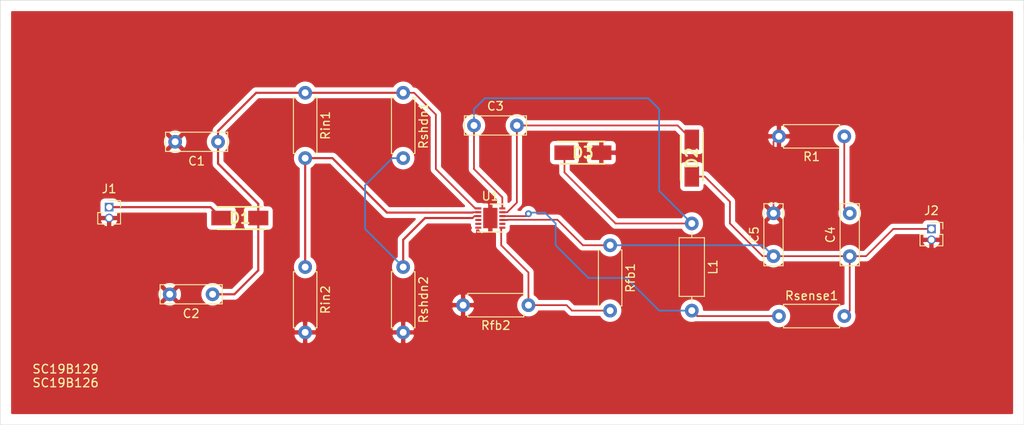
<source format=kicad_pcb>
(kicad_pcb (version 20171130) (host pcbnew "(5.1.6)-1")

  (general
    (thickness 1.6)
    (drawings 18)
    (tracks 94)
    (zones 0)
    (modules 20)
    (nets 15)
  )

  (page A4)
  (layers
    (0 F.Cu signal)
    (31 B.Cu signal)
    (32 B.Adhes user)
    (33 F.Adhes user)
    (34 B.Paste user)
    (35 F.Paste user)
    (36 B.SilkS user)
    (37 F.SilkS user)
    (38 B.Mask user)
    (39 F.Mask user)
    (40 Dwgs.User user)
    (41 Cmts.User user)
    (42 Eco1.User user)
    (43 Eco2.User user)
    (44 Edge.Cuts user)
    (45 Margin user)
    (46 B.CrtYd user)
    (47 F.CrtYd user)
    (48 B.Fab user)
    (49 F.Fab user)
  )

  (setup
    (last_trace_width 0.2)
    (trace_clearance 0.2)
    (zone_clearance 0.508)
    (zone_45_only no)
    (trace_min 0.2)
    (via_size 0.8)
    (via_drill 0.4)
    (via_min_size 0.4)
    (via_min_drill 0.3)
    (uvia_size 0.3)
    (uvia_drill 0.1)
    (uvias_allowed no)
    (uvia_min_size 0.2)
    (uvia_min_drill 0.1)
    (edge_width 0.05)
    (segment_width 0.2)
    (pcb_text_width 0.3)
    (pcb_text_size 1.5 1.5)
    (mod_edge_width 0.12)
    (mod_text_size 1 1)
    (mod_text_width 0.15)
    (pad_size 1.524 1.524)
    (pad_drill 0.762)
    (pad_to_mask_clearance 0.05)
    (aux_axis_origin 0 0)
    (visible_elements FFFFFF7F)
    (pcbplotparams
      (layerselection 0x010fc_ffffffff)
      (usegerberextensions false)
      (usegerberattributes true)
      (usegerberadvancedattributes true)
      (creategerberjobfile true)
      (excludeedgelayer true)
      (linewidth 0.100000)
      (plotframeref false)
      (viasonmask false)
      (mode 1)
      (useauxorigin false)
      (hpglpennumber 1)
      (hpglpenspeed 20)
      (hpglpendiameter 15.000000)
      (psnegative false)
      (psa4output false)
      (plotreference true)
      (plotvalue true)
      (plotinvisibletext false)
      (padsonsilk false)
      (subtractmaskfromsilk false)
      (outputformat 1)
      (mirror false)
      (drillshape 1)
      (scaleselection 1)
      (outputdirectory ""))
  )

  (net 0 "")
  (net 1 GND)
  (net 2 "Net-(C1-Pad1)")
  (net 3 "Net-(C3-Pad2)")
  (net 4 "Net-(C3-Pad1)")
  (net 5 "Net-(C4-Pad1)")
  (net 6 "Net-(C4-Pad2)")
  (net 7 "Net-(D1-Pad2)")
  (net 8 "Net-(L1-Pad2)")
  (net 9 "Net-(Rfb1-Pad2)")
  (net 10 "Net-(Rin1-Pad2)")
  (net 11 "Net-(Rshdn1-Pad2)")
  (net 12 "Net-(U1-Pad4)")
  (net 13 "Net-(U1-Pad5)")
  (net 14 "Net-(U1-Pad8)")

  (net_class Default "This is the default net class."
    (clearance 0.2)
    (trace_width 0.2)
    (via_dia 0.8)
    (via_drill 0.4)
    (uvia_dia 0.3)
    (uvia_drill 0.1)
    (add_net GND)
    (add_net "Net-(C1-Pad1)")
    (add_net "Net-(C3-Pad1)")
    (add_net "Net-(C3-Pad2)")
    (add_net "Net-(C4-Pad1)")
    (add_net "Net-(C4-Pad2)")
    (add_net "Net-(D1-Pad2)")
    (add_net "Net-(L1-Pad2)")
    (add_net "Net-(Rfb1-Pad2)")
    (add_net "Net-(Rin1-Pad2)")
    (add_net "Net-(Rshdn1-Pad2)")
    (add_net "Net-(U1-Pad4)")
    (add_net "Net-(U1-Pad5)")
    (add_net "Net-(U1-Pad8)")
  )

  (module Capacitor_THT:C_Rect_L7.0mm_W2.0mm_P5.00mm (layer F.Cu) (tedit 5AE50EF0) (tstamp 5FE2F14F)
    (at 118.745 101.6 180)
    (descr "C, Rect series, Radial, pin pitch=5.00mm, , length*width=7*2mm^2, Capacitor")
    (tags "C Rect series Radial pin pitch 5.00mm  length 7mm width 2mm Capacitor")
    (path /5FDE6B0D)
    (fp_text reference C1 (at 2.5 -2.25) (layer F.SilkS)
      (effects (font (size 1 1) (thickness 0.15)))
    )
    (fp_text value C (at 2.5 2.25) (layer F.Fab)
      (effects (font (size 1 1) (thickness 0.15)))
    )
    (fp_text user %R (at 2.5 0) (layer F.Fab)
      (effects (font (size 1 1) (thickness 0.15)))
    )
    (fp_line (start -1 -1) (end -1 1) (layer F.Fab) (width 0.1))
    (fp_line (start -1 1) (end 6 1) (layer F.Fab) (width 0.1))
    (fp_line (start 6 1) (end 6 -1) (layer F.Fab) (width 0.1))
    (fp_line (start 6 -1) (end -1 -1) (layer F.Fab) (width 0.1))
    (fp_line (start -1.12 -1.12) (end 6.12 -1.12) (layer F.SilkS) (width 0.12))
    (fp_line (start -1.12 1.12) (end 6.12 1.12) (layer F.SilkS) (width 0.12))
    (fp_line (start -1.12 -1.12) (end -1.12 1.12) (layer F.SilkS) (width 0.12))
    (fp_line (start 6.12 -1.12) (end 6.12 1.12) (layer F.SilkS) (width 0.12))
    (fp_line (start -1.25 -1.25) (end -1.25 1.25) (layer F.CrtYd) (width 0.05))
    (fp_line (start -1.25 1.25) (end 6.25 1.25) (layer F.CrtYd) (width 0.05))
    (fp_line (start 6.25 1.25) (end 6.25 -1.25) (layer F.CrtYd) (width 0.05))
    (fp_line (start 6.25 -1.25) (end -1.25 -1.25) (layer F.CrtYd) (width 0.05))
    (pad 2 thru_hole circle (at 5 0 180) (size 1.6 1.6) (drill 0.8) (layers *.Cu *.Mask)
      (net 1 GND))
    (pad 1 thru_hole circle (at 0 0 180) (size 1.6 1.6) (drill 0.8) (layers *.Cu *.Mask)
      (net 2 "Net-(C1-Pad1)"))
    (model ${KISYS3DMOD}/Capacitor_THT.3dshapes/C_Rect_L7.0mm_W2.0mm_P5.00mm.wrl
      (at (xyz 0 0 0))
      (scale (xyz 1 1 1))
      (rotate (xyz 0 0 0))
    )
  )

  (module Capacitor_THT:C_Rect_L7.0mm_W2.0mm_P5.00mm (layer F.Cu) (tedit 5AE50EF0) (tstamp 5FE2F162)
    (at 118.11 119.38 180)
    (descr "C, Rect series, Radial, pin pitch=5.00mm, , length*width=7*2mm^2, Capacitor")
    (tags "C Rect series Radial pin pitch 5.00mm  length 7mm width 2mm Capacitor")
    (path /5FDEA7DD)
    (fp_text reference C2 (at 2.5 -2.25) (layer F.SilkS)
      (effects (font (size 1 1) (thickness 0.15)))
    )
    (fp_text value C (at 2.5 2.25) (layer F.Fab)
      (effects (font (size 1 1) (thickness 0.15)))
    )
    (fp_line (start 6.25 -1.25) (end -1.25 -1.25) (layer F.CrtYd) (width 0.05))
    (fp_line (start 6.25 1.25) (end 6.25 -1.25) (layer F.CrtYd) (width 0.05))
    (fp_line (start -1.25 1.25) (end 6.25 1.25) (layer F.CrtYd) (width 0.05))
    (fp_line (start -1.25 -1.25) (end -1.25 1.25) (layer F.CrtYd) (width 0.05))
    (fp_line (start 6.12 -1.12) (end 6.12 1.12) (layer F.SilkS) (width 0.12))
    (fp_line (start -1.12 -1.12) (end -1.12 1.12) (layer F.SilkS) (width 0.12))
    (fp_line (start -1.12 1.12) (end 6.12 1.12) (layer F.SilkS) (width 0.12))
    (fp_line (start -1.12 -1.12) (end 6.12 -1.12) (layer F.SilkS) (width 0.12))
    (fp_line (start 6 -1) (end -1 -1) (layer F.Fab) (width 0.1))
    (fp_line (start 6 1) (end 6 -1) (layer F.Fab) (width 0.1))
    (fp_line (start -1 1) (end 6 1) (layer F.Fab) (width 0.1))
    (fp_line (start -1 -1) (end -1 1) (layer F.Fab) (width 0.1))
    (fp_text user %R (at 2.5 0) (layer F.Fab)
      (effects (font (size 1 1) (thickness 0.15)))
    )
    (pad 1 thru_hole circle (at 0 0 180) (size 1.6 1.6) (drill 0.8) (layers *.Cu *.Mask)
      (net 2 "Net-(C1-Pad1)"))
    (pad 2 thru_hole circle (at 5 0 180) (size 1.6 1.6) (drill 0.8) (layers *.Cu *.Mask)
      (net 1 GND))
    (model ${KISYS3DMOD}/Capacitor_THT.3dshapes/C_Rect_L7.0mm_W2.0mm_P5.00mm.wrl
      (at (xyz 0 0 0))
      (scale (xyz 1 1 1))
      (rotate (xyz 0 0 0))
    )
  )

  (module Capacitor_THT:C_Rect_L7.0mm_W2.0mm_P5.00mm (layer F.Cu) (tedit 5AE50EF0) (tstamp 5FE2F175)
    (at 148.59 99.695)
    (descr "C, Rect series, Radial, pin pitch=5.00mm, , length*width=7*2mm^2, Capacitor")
    (tags "C Rect series Radial pin pitch 5.00mm  length 7mm width 2mm Capacitor")
    (path /5FE1B526)
    (fp_text reference C3 (at 2.5 -2.25) (layer F.SilkS)
      (effects (font (size 1 1) (thickness 0.15)))
    )
    (fp_text value C (at 2.5 2.25) (layer F.Fab)
      (effects (font (size 1 1) (thickness 0.15)))
    )
    (fp_text user %R (at 2.5 0) (layer F.Fab)
      (effects (font (size 1 1) (thickness 0.15)))
    )
    (fp_line (start -1 -1) (end -1 1) (layer F.Fab) (width 0.1))
    (fp_line (start -1 1) (end 6 1) (layer F.Fab) (width 0.1))
    (fp_line (start 6 1) (end 6 -1) (layer F.Fab) (width 0.1))
    (fp_line (start 6 -1) (end -1 -1) (layer F.Fab) (width 0.1))
    (fp_line (start -1.12 -1.12) (end 6.12 -1.12) (layer F.SilkS) (width 0.12))
    (fp_line (start -1.12 1.12) (end 6.12 1.12) (layer F.SilkS) (width 0.12))
    (fp_line (start -1.12 -1.12) (end -1.12 1.12) (layer F.SilkS) (width 0.12))
    (fp_line (start 6.12 -1.12) (end 6.12 1.12) (layer F.SilkS) (width 0.12))
    (fp_line (start -1.25 -1.25) (end -1.25 1.25) (layer F.CrtYd) (width 0.05))
    (fp_line (start -1.25 1.25) (end 6.25 1.25) (layer F.CrtYd) (width 0.05))
    (fp_line (start 6.25 1.25) (end 6.25 -1.25) (layer F.CrtYd) (width 0.05))
    (fp_line (start 6.25 -1.25) (end -1.25 -1.25) (layer F.CrtYd) (width 0.05))
    (pad 2 thru_hole circle (at 5 0) (size 1.6 1.6) (drill 0.8) (layers *.Cu *.Mask)
      (net 3 "Net-(C3-Pad2)"))
    (pad 1 thru_hole circle (at 0 0) (size 1.6 1.6) (drill 0.8) (layers *.Cu *.Mask)
      (net 4 "Net-(C3-Pad1)"))
    (model ${KISYS3DMOD}/Capacitor_THT.3dshapes/C_Rect_L7.0mm_W2.0mm_P5.00mm.wrl
      (at (xyz 0 0 0))
      (scale (xyz 1 1 1))
      (rotate (xyz 0 0 0))
    )
  )

  (module Capacitor_THT:C_Rect_L7.0mm_W2.0mm_P5.00mm (layer F.Cu) (tedit 5AE50EF0) (tstamp 5FE2F188)
    (at 192.405 114.935 90)
    (descr "C, Rect series, Radial, pin pitch=5.00mm, , length*width=7*2mm^2, Capacitor")
    (tags "C Rect series Radial pin pitch 5.00mm  length 7mm width 2mm Capacitor")
    (path /5FE335E5)
    (fp_text reference C4 (at 2.5 -2.25 90) (layer F.SilkS)
      (effects (font (size 1 1) (thickness 0.15)))
    )
    (fp_text value C (at 2.5 2.25 90) (layer F.Fab)
      (effects (font (size 1 1) (thickness 0.15)))
    )
    (fp_line (start 6.25 -1.25) (end -1.25 -1.25) (layer F.CrtYd) (width 0.05))
    (fp_line (start 6.25 1.25) (end 6.25 -1.25) (layer F.CrtYd) (width 0.05))
    (fp_line (start -1.25 1.25) (end 6.25 1.25) (layer F.CrtYd) (width 0.05))
    (fp_line (start -1.25 -1.25) (end -1.25 1.25) (layer F.CrtYd) (width 0.05))
    (fp_line (start 6.12 -1.12) (end 6.12 1.12) (layer F.SilkS) (width 0.12))
    (fp_line (start -1.12 -1.12) (end -1.12 1.12) (layer F.SilkS) (width 0.12))
    (fp_line (start -1.12 1.12) (end 6.12 1.12) (layer F.SilkS) (width 0.12))
    (fp_line (start -1.12 -1.12) (end 6.12 -1.12) (layer F.SilkS) (width 0.12))
    (fp_line (start 6 -1) (end -1 -1) (layer F.Fab) (width 0.1))
    (fp_line (start 6 1) (end 6 -1) (layer F.Fab) (width 0.1))
    (fp_line (start -1 1) (end 6 1) (layer F.Fab) (width 0.1))
    (fp_line (start -1 -1) (end -1 1) (layer F.Fab) (width 0.1))
    (fp_text user %R (at 2.5 0 90) (layer F.Fab)
      (effects (font (size 1 1) (thickness 0.15)))
    )
    (pad 1 thru_hole circle (at 0 0 90) (size 1.6 1.6) (drill 0.8) (layers *.Cu *.Mask)
      (net 5 "Net-(C4-Pad1)"))
    (pad 2 thru_hole circle (at 5 0 90) (size 1.6 1.6) (drill 0.8) (layers *.Cu *.Mask)
      (net 6 "Net-(C4-Pad2)"))
    (model ${KISYS3DMOD}/Capacitor_THT.3dshapes/C_Rect_L7.0mm_W2.0mm_P5.00mm.wrl
      (at (xyz 0 0 0))
      (scale (xyz 1 1 1))
      (rotate (xyz 0 0 0))
    )
  )

  (module Capacitor_THT:C_Rect_L7.0mm_W2.0mm_P5.00mm (layer F.Cu) (tedit 5AE50EF0) (tstamp 5FE2F19B)
    (at 183.515 114.935 90)
    (descr "C, Rect series, Radial, pin pitch=5.00mm, , length*width=7*2mm^2, Capacitor")
    (tags "C Rect series Radial pin pitch 5.00mm  length 7mm width 2mm Capacitor")
    (path /5FE35440)
    (fp_text reference C5 (at 2.5 -2.25 90) (layer F.SilkS)
      (effects (font (size 1 1) (thickness 0.15)))
    )
    (fp_text value C (at 2.5 2.25 90) (layer F.Fab)
      (effects (font (size 1 1) (thickness 0.15)))
    )
    (fp_line (start 6.25 -1.25) (end -1.25 -1.25) (layer F.CrtYd) (width 0.05))
    (fp_line (start 6.25 1.25) (end 6.25 -1.25) (layer F.CrtYd) (width 0.05))
    (fp_line (start -1.25 1.25) (end 6.25 1.25) (layer F.CrtYd) (width 0.05))
    (fp_line (start -1.25 -1.25) (end -1.25 1.25) (layer F.CrtYd) (width 0.05))
    (fp_line (start 6.12 -1.12) (end 6.12 1.12) (layer F.SilkS) (width 0.12))
    (fp_line (start -1.12 -1.12) (end -1.12 1.12) (layer F.SilkS) (width 0.12))
    (fp_line (start -1.12 1.12) (end 6.12 1.12) (layer F.SilkS) (width 0.12))
    (fp_line (start -1.12 -1.12) (end 6.12 -1.12) (layer F.SilkS) (width 0.12))
    (fp_line (start 6 -1) (end -1 -1) (layer F.Fab) (width 0.1))
    (fp_line (start 6 1) (end 6 -1) (layer F.Fab) (width 0.1))
    (fp_line (start -1 1) (end 6 1) (layer F.Fab) (width 0.1))
    (fp_line (start -1 -1) (end -1 1) (layer F.Fab) (width 0.1))
    (fp_text user %R (at 2.5 0 90) (layer F.Fab)
      (effects (font (size 1 1) (thickness 0.15)))
    )
    (pad 1 thru_hole circle (at 0 0 90) (size 1.6 1.6) (drill 0.8) (layers *.Cu *.Mask)
      (net 5 "Net-(C4-Pad1)"))
    (pad 2 thru_hole circle (at 5 0 90) (size 1.6 1.6) (drill 0.8) (layers *.Cu *.Mask)
      (net 1 GND))
    (model ${KISYS3DMOD}/Capacitor_THT.3dshapes/C_Rect_L7.0mm_W2.0mm_P5.00mm.wrl
      (at (xyz 0 0 0))
      (scale (xyz 1 1 1))
      (rotate (xyz 0 0 0))
    )
  )

  (module CMSH1-40M_TR13_PBFREE:DIOM5226X262N (layer F.Cu) (tedit 5FE22D97) (tstamp 5FE2F1AC)
    (at 121.285 110.49 180)
    (descr "CMZ5945B TR13 PBFREE")
    (tags "Schottky Diode")
    (path /5FE58DCD)
    (attr smd)
    (fp_text reference D1 (at 0 0) (layer F.SilkS)
      (effects (font (size 1.27 1.27) (thickness 0.254)))
    )
    (fp_text value CMSH1-40M_TR13_PBFREE (at 0 0) (layer F.SilkS) hide
      (effects (font (size 1.27 1.27) (thickness 0.254)))
    )
    (fp_line (start -3.575 -1.71) (end 3.575 -1.71) (layer Dwgs.User) (width 0.05))
    (fp_line (start 3.575 -1.71) (end 3.575 1.71) (layer Dwgs.User) (width 0.05))
    (fp_line (start 3.575 1.71) (end -3.575 1.71) (layer Dwgs.User) (width 0.05))
    (fp_line (start -3.575 1.71) (end -3.575 -1.71) (layer Dwgs.User) (width 0.05))
    (fp_line (start -2.592 -1.302) (end 2.592 -1.302) (layer Dwgs.User) (width 0.1))
    (fp_line (start 2.592 -1.302) (end 2.592 1.302) (layer Dwgs.User) (width 0.1))
    (fp_line (start 2.592 1.302) (end -2.592 1.302) (layer Dwgs.User) (width 0.1))
    (fp_line (start -2.592 1.302) (end -2.592 -1.302) (layer Dwgs.User) (width 0.1))
    (fp_line (start -2.592 -0.452) (end -1.742 -1.302) (layer Dwgs.User) (width 0.1))
    (fp_line (start 2.592 -1.302) (end -3 -1.302) (layer F.SilkS) (width 0.2))
    (fp_line (start -2.592 1.302) (end 2.592 1.302) (layer F.SilkS) (width 0.2))
    (pad 1 smd rect (at -2.15 0 270) (size 1.7 2.35) (layers F.Cu F.Paste F.Mask)
      (net 2 "Net-(C1-Pad1)"))
    (pad 2 smd rect (at 2.15 0 270) (size 1.7 2.35) (layers F.Cu F.Paste F.Mask)
      (net 7 "Net-(D1-Pad2)"))
    (model ${KIPRJMOD}/cmsh1/CMSH1-40M_TR13_PBFREE/3D/CMSH1-40M_TR13_PBFREE.stp
      (at (xyz 0 0 0))
      (scale (xyz 1 1 1))
      (rotate (xyz 0 0 0))
    )
  )

  (module CMSH1-40M_TR13_PBFREE:DIOM5226X262N (layer F.Cu) (tedit 5FE22D97) (tstamp 5FE2F1BD)
    (at 173.99 103.505 270)
    (descr "CMZ5945B TR13 PBFREE")
    (tags "Schottky Diode")
    (path /5FE791B9)
    (attr smd)
    (fp_text reference D2 (at 0 0 90) (layer F.SilkS)
      (effects (font (size 1.27 1.27) (thickness 0.254)))
    )
    (fp_text value CMSH1-40M_TR13_PBFREE (at 0 0 90) (layer F.SilkS) hide
      (effects (font (size 1.27 1.27) (thickness 0.254)))
    )
    (fp_line (start -3.575 -1.71) (end 3.575 -1.71) (layer Dwgs.User) (width 0.05))
    (fp_line (start 3.575 -1.71) (end 3.575 1.71) (layer Dwgs.User) (width 0.05))
    (fp_line (start 3.575 1.71) (end -3.575 1.71) (layer Dwgs.User) (width 0.05))
    (fp_line (start -3.575 1.71) (end -3.575 -1.71) (layer Dwgs.User) (width 0.05))
    (fp_line (start -2.592 -1.302) (end 2.592 -1.302) (layer Dwgs.User) (width 0.1))
    (fp_line (start 2.592 -1.302) (end 2.592 1.302) (layer Dwgs.User) (width 0.1))
    (fp_line (start 2.592 1.302) (end -2.592 1.302) (layer Dwgs.User) (width 0.1))
    (fp_line (start -2.592 1.302) (end -2.592 -1.302) (layer Dwgs.User) (width 0.1))
    (fp_line (start -2.592 -0.452) (end -1.742 -1.302) (layer Dwgs.User) (width 0.1))
    (fp_line (start 2.592 -1.302) (end -3 -1.302) (layer F.SilkS) (width 0.2))
    (fp_line (start -2.592 1.302) (end 2.592 1.302) (layer F.SilkS) (width 0.2))
    (pad 1 smd rect (at -2.15 0) (size 1.7 2.35) (layers F.Cu F.Paste F.Mask)
      (net 3 "Net-(C3-Pad2)"))
    (pad 2 smd rect (at 2.15 0) (size 1.7 2.35) (layers F.Cu F.Paste F.Mask)
      (net 5 "Net-(C4-Pad1)"))
    (model ${KIPRJMOD}/cmsh1/CMSH1-40M_TR13_PBFREE/3D/CMSH1-40M_TR13_PBFREE.stp
      (at (xyz 0 0 0))
      (scale (xyz 1 1 1))
      (rotate (xyz 0 0 0))
    )
  )

  (module CMSH1-40M_TR13_PBFREE:DIOM5226X262N (layer F.Cu) (tedit 5FE22D97) (tstamp 5FE2F1CE)
    (at 161.29 102.87)
    (descr "CMZ5945B TR13 PBFREE")
    (tags "Schottky Diode")
    (path /5FE5C5AD)
    (attr smd)
    (fp_text reference D3 (at 0 0) (layer F.SilkS)
      (effects (font (size 1.27 1.27) (thickness 0.254)))
    )
    (fp_text value CMSH1-40M_TR13_PBFREE (at 0 0) (layer F.SilkS) hide
      (effects (font (size 1.27 1.27) (thickness 0.254)))
    )
    (fp_line (start -2.592 1.302) (end 2.592 1.302) (layer F.SilkS) (width 0.2))
    (fp_line (start 2.592 -1.302) (end -3 -1.302) (layer F.SilkS) (width 0.2))
    (fp_line (start -2.592 -0.452) (end -1.742 -1.302) (layer Dwgs.User) (width 0.1))
    (fp_line (start -2.592 1.302) (end -2.592 -1.302) (layer Dwgs.User) (width 0.1))
    (fp_line (start 2.592 1.302) (end -2.592 1.302) (layer Dwgs.User) (width 0.1))
    (fp_line (start 2.592 -1.302) (end 2.592 1.302) (layer Dwgs.User) (width 0.1))
    (fp_line (start -2.592 -1.302) (end 2.592 -1.302) (layer Dwgs.User) (width 0.1))
    (fp_line (start -3.575 1.71) (end -3.575 -1.71) (layer Dwgs.User) (width 0.05))
    (fp_line (start 3.575 1.71) (end -3.575 1.71) (layer Dwgs.User) (width 0.05))
    (fp_line (start 3.575 -1.71) (end 3.575 1.71) (layer Dwgs.User) (width 0.05))
    (fp_line (start -3.575 -1.71) (end 3.575 -1.71) (layer Dwgs.User) (width 0.05))
    (pad 2 smd rect (at 2.15 0 90) (size 1.7 2.35) (layers F.Cu F.Paste F.Mask)
      (net 1 GND))
    (pad 1 smd rect (at -2.15 0 90) (size 1.7 2.35) (layers F.Cu F.Paste F.Mask)
      (net 4 "Net-(C3-Pad1)"))
    (model ${KIPRJMOD}/cmsh1/CMSH1-40M_TR13_PBFREE/3D/CMSH1-40M_TR13_PBFREE.stp
      (at (xyz 0 0 0))
      (scale (xyz 1 1 1))
      (rotate (xyz 0 0 0))
    )
  )

  (module Connector_PinSocket_1.27mm:PinSocket_1x02_P1.27mm_Vertical (layer F.Cu) (tedit 5A19A41F) (tstamp 5FE2F1E6)
    (at 106.045 109.22)
    (descr "Through hole straight socket strip, 1x02, 1.27mm pitch, single row (from Kicad 4.0.7), script generated")
    (tags "Through hole socket strip THT 1x02 1.27mm single row")
    (path /5FE4C4F0)
    (fp_text reference J1 (at 0 -2.135) (layer F.SilkS)
      (effects (font (size 1 1) (thickness 0.15)))
    )
    (fp_text value Conn_01x02_Female (at 0 3.405) (layer F.Fab)
      (effects (font (size 1 1) (thickness 0.15)))
    )
    (fp_line (start -1.8 2.4) (end -1.8 -1.15) (layer F.CrtYd) (width 0.05))
    (fp_line (start 1.75 2.4) (end -1.8 2.4) (layer F.CrtYd) (width 0.05))
    (fp_line (start 1.75 -1.15) (end 1.75 2.4) (layer F.CrtYd) (width 0.05))
    (fp_line (start -1.8 -1.15) (end 1.75 -1.15) (layer F.CrtYd) (width 0.05))
    (fp_line (start 0 -0.76) (end 1.33 -0.76) (layer F.SilkS) (width 0.12))
    (fp_line (start 1.33 -0.76) (end 1.33 0) (layer F.SilkS) (width 0.12))
    (fp_line (start 1.33 0.635) (end 1.33 1.965) (layer F.SilkS) (width 0.12))
    (fp_line (start 0.30753 1.965) (end 1.33 1.965) (layer F.SilkS) (width 0.12))
    (fp_line (start -1.33 1.965) (end -0.30753 1.965) (layer F.SilkS) (width 0.12))
    (fp_line (start -1.33 0.635) (end -1.33 1.965) (layer F.SilkS) (width 0.12))
    (fp_line (start 0.76 0.635) (end 1.33 0.635) (layer F.SilkS) (width 0.12))
    (fp_line (start -1.33 0.635) (end -0.76 0.635) (layer F.SilkS) (width 0.12))
    (fp_line (start -1.27 1.905) (end -1.27 -0.635) (layer F.Fab) (width 0.1))
    (fp_line (start 1.27 1.905) (end -1.27 1.905) (layer F.Fab) (width 0.1))
    (fp_line (start 1.27 0) (end 1.27 1.905) (layer F.Fab) (width 0.1))
    (fp_line (start 0.635 -0.635) (end 1.27 0) (layer F.Fab) (width 0.1))
    (fp_line (start -1.27 -0.635) (end 0.635 -0.635) (layer F.Fab) (width 0.1))
    (fp_text user %R (at 0 0.635 90) (layer F.Fab)
      (effects (font (size 1 1) (thickness 0.15)))
    )
    (pad 1 thru_hole rect (at 0 0) (size 1 1) (drill 0.7) (layers *.Cu *.Mask)
      (net 7 "Net-(D1-Pad2)"))
    (pad 2 thru_hole oval (at 0 1.27) (size 1 1) (drill 0.7) (layers *.Cu *.Mask)
      (net 1 GND))
    (model ${KISYS3DMOD}/Connector_PinSocket_1.27mm.3dshapes/PinSocket_1x02_P1.27mm_Vertical.wrl
      (at (xyz 0 0 0))
      (scale (xyz 1 1 1))
      (rotate (xyz 0 0 0))
    )
  )

  (module Connector_PinSocket_1.27mm:PinSocket_1x02_P1.27mm_Vertical (layer F.Cu) (tedit 5A19A41F) (tstamp 5FE2F1FE)
    (at 201.93 111.76)
    (descr "Through hole straight socket strip, 1x02, 1.27mm pitch, single row (from Kicad 4.0.7), script generated")
    (tags "Through hole socket strip THT 1x02 1.27mm single row")
    (path /5FE4E81F)
    (fp_text reference J2 (at 0 -2.135) (layer F.SilkS)
      (effects (font (size 1 1) (thickness 0.15)))
    )
    (fp_text value Conn_01x02_Female (at 0 3.405) (layer F.Fab)
      (effects (font (size 1 1) (thickness 0.15)))
    )
    (fp_text user %R (at 0 0.635 90) (layer F.Fab)
      (effects (font (size 1 1) (thickness 0.15)))
    )
    (fp_line (start -1.27 -0.635) (end 0.635 -0.635) (layer F.Fab) (width 0.1))
    (fp_line (start 0.635 -0.635) (end 1.27 0) (layer F.Fab) (width 0.1))
    (fp_line (start 1.27 0) (end 1.27 1.905) (layer F.Fab) (width 0.1))
    (fp_line (start 1.27 1.905) (end -1.27 1.905) (layer F.Fab) (width 0.1))
    (fp_line (start -1.27 1.905) (end -1.27 -0.635) (layer F.Fab) (width 0.1))
    (fp_line (start -1.33 0.635) (end -0.76 0.635) (layer F.SilkS) (width 0.12))
    (fp_line (start 0.76 0.635) (end 1.33 0.635) (layer F.SilkS) (width 0.12))
    (fp_line (start -1.33 0.635) (end -1.33 1.965) (layer F.SilkS) (width 0.12))
    (fp_line (start -1.33 1.965) (end -0.30753 1.965) (layer F.SilkS) (width 0.12))
    (fp_line (start 0.30753 1.965) (end 1.33 1.965) (layer F.SilkS) (width 0.12))
    (fp_line (start 1.33 0.635) (end 1.33 1.965) (layer F.SilkS) (width 0.12))
    (fp_line (start 1.33 -0.76) (end 1.33 0) (layer F.SilkS) (width 0.12))
    (fp_line (start 0 -0.76) (end 1.33 -0.76) (layer F.SilkS) (width 0.12))
    (fp_line (start -1.8 -1.15) (end 1.75 -1.15) (layer F.CrtYd) (width 0.05))
    (fp_line (start 1.75 -1.15) (end 1.75 2.4) (layer F.CrtYd) (width 0.05))
    (fp_line (start 1.75 2.4) (end -1.8 2.4) (layer F.CrtYd) (width 0.05))
    (fp_line (start -1.8 2.4) (end -1.8 -1.15) (layer F.CrtYd) (width 0.05))
    (pad 2 thru_hole oval (at 0 1.27) (size 1 1) (drill 0.7) (layers *.Cu *.Mask)
      (net 1 GND))
    (pad 1 thru_hole rect (at 0 0) (size 1 1) (drill 0.7) (layers *.Cu *.Mask)
      (net 5 "Net-(C4-Pad1)"))
    (model ${KISYS3DMOD}/Connector_PinSocket_1.27mm.3dshapes/PinSocket_1x02_P1.27mm_Vertical.wrl
      (at (xyz 0 0 0))
      (scale (xyz 1 1 1))
      (rotate (xyz 0 0 0))
    )
  )

  (module Inductor_THT:L_Axial_L6.6mm_D2.7mm_P10.16mm_Horizontal_Vishay_IM-2 (layer F.Cu) (tedit 5AE59B05) (tstamp 5FE2F215)
    (at 173.99 111.125 270)
    (descr "Inductor, Axial series, Axial, Horizontal, pin pitch=10.16mm, , length*diameter=6.6*2.7mm^2, Vishay, IM-2, http://www.vishay.com/docs/34030/im.pdf")
    (tags "Inductor Axial series Axial Horizontal pin pitch 10.16mm  length 6.6mm diameter 2.7mm Vishay IM-2")
    (path /5FE122B6)
    (fp_text reference L1 (at 5.08 -2.47 90) (layer F.SilkS)
      (effects (font (size 1 1) (thickness 0.15)))
    )
    (fp_text value L (at 5.08 2.47 90) (layer F.Fab)
      (effects (font (size 1 1) (thickness 0.15)))
    )
    (fp_line (start 11.21 -1.6) (end -1.05 -1.6) (layer F.CrtYd) (width 0.05))
    (fp_line (start 11.21 1.6) (end 11.21 -1.6) (layer F.CrtYd) (width 0.05))
    (fp_line (start -1.05 1.6) (end 11.21 1.6) (layer F.CrtYd) (width 0.05))
    (fp_line (start -1.05 -1.6) (end -1.05 1.6) (layer F.CrtYd) (width 0.05))
    (fp_line (start 9.12 0) (end 8.5 0) (layer F.SilkS) (width 0.12))
    (fp_line (start 1.04 0) (end 1.66 0) (layer F.SilkS) (width 0.12))
    (fp_line (start 8.5 -1.47) (end 1.66 -1.47) (layer F.SilkS) (width 0.12))
    (fp_line (start 8.5 1.47) (end 8.5 -1.47) (layer F.SilkS) (width 0.12))
    (fp_line (start 1.66 1.47) (end 8.5 1.47) (layer F.SilkS) (width 0.12))
    (fp_line (start 1.66 -1.47) (end 1.66 1.47) (layer F.SilkS) (width 0.12))
    (fp_line (start 10.16 0) (end 8.38 0) (layer F.Fab) (width 0.1))
    (fp_line (start 0 0) (end 1.78 0) (layer F.Fab) (width 0.1))
    (fp_line (start 8.38 -1.35) (end 1.78 -1.35) (layer F.Fab) (width 0.1))
    (fp_line (start 8.38 1.35) (end 8.38 -1.35) (layer F.Fab) (width 0.1))
    (fp_line (start 1.78 1.35) (end 8.38 1.35) (layer F.Fab) (width 0.1))
    (fp_line (start 1.78 -1.35) (end 1.78 1.35) (layer F.Fab) (width 0.1))
    (fp_text user %R (at 5.08 0 90) (layer F.Fab)
      (effects (font (size 1 1) (thickness 0.15)))
    )
    (pad 1 thru_hole circle (at 0 0 270) (size 1.6 1.6) (drill 0.8) (layers *.Cu *.Mask)
      (net 4 "Net-(C3-Pad1)"))
    (pad 2 thru_hole oval (at 10.16 0 270) (size 1.6 1.6) (drill 0.8) (layers *.Cu *.Mask)
      (net 8 "Net-(L1-Pad2)"))
    (model ${KISYS3DMOD}/Inductor_THT.3dshapes/L_Axial_L6.6mm_D2.7mm_P10.16mm_Horizontal_Vishay_IM-2.wrl
      (at (xyz 0 0 0))
      (scale (xyz 1 1 1))
      (rotate (xyz 0 0 0))
    )
  )

  (module Resistor_THT:R_Axial_DIN0207_L6.3mm_D2.5mm_P7.62mm_Horizontal (layer F.Cu) (tedit 5AE5139B) (tstamp 5FE2F22C)
    (at 191.77 100.965 180)
    (descr "Resistor, Axial_DIN0207 series, Axial, Horizontal, pin pitch=7.62mm, 0.25W = 1/4W, length*diameter=6.3*2.5mm^2, http://cdn-reichelt.de/documents/datenblatt/B400/1_4W%23YAG.pdf")
    (tags "Resistor Axial_DIN0207 series Axial Horizontal pin pitch 7.62mm 0.25W = 1/4W length 6.3mm diameter 2.5mm")
    (path /5FE30BE1)
    (fp_text reference R1 (at 3.81 -2.37) (layer F.SilkS)
      (effects (font (size 1 1) (thickness 0.15)))
    )
    (fp_text value R (at 3.81 2.37) (layer F.Fab)
      (effects (font (size 1 1) (thickness 0.15)))
    )
    (fp_text user %R (at 3.81 0) (layer F.Fab)
      (effects (font (size 1 1) (thickness 0.15)))
    )
    (fp_line (start 0.66 -1.25) (end 0.66 1.25) (layer F.Fab) (width 0.1))
    (fp_line (start 0.66 1.25) (end 6.96 1.25) (layer F.Fab) (width 0.1))
    (fp_line (start 6.96 1.25) (end 6.96 -1.25) (layer F.Fab) (width 0.1))
    (fp_line (start 6.96 -1.25) (end 0.66 -1.25) (layer F.Fab) (width 0.1))
    (fp_line (start 0 0) (end 0.66 0) (layer F.Fab) (width 0.1))
    (fp_line (start 7.62 0) (end 6.96 0) (layer F.Fab) (width 0.1))
    (fp_line (start 0.54 -1.04) (end 0.54 -1.37) (layer F.SilkS) (width 0.12))
    (fp_line (start 0.54 -1.37) (end 7.08 -1.37) (layer F.SilkS) (width 0.12))
    (fp_line (start 7.08 -1.37) (end 7.08 -1.04) (layer F.SilkS) (width 0.12))
    (fp_line (start 0.54 1.04) (end 0.54 1.37) (layer F.SilkS) (width 0.12))
    (fp_line (start 0.54 1.37) (end 7.08 1.37) (layer F.SilkS) (width 0.12))
    (fp_line (start 7.08 1.37) (end 7.08 1.04) (layer F.SilkS) (width 0.12))
    (fp_line (start -1.05 -1.5) (end -1.05 1.5) (layer F.CrtYd) (width 0.05))
    (fp_line (start -1.05 1.5) (end 8.67 1.5) (layer F.CrtYd) (width 0.05))
    (fp_line (start 8.67 1.5) (end 8.67 -1.5) (layer F.CrtYd) (width 0.05))
    (fp_line (start 8.67 -1.5) (end -1.05 -1.5) (layer F.CrtYd) (width 0.05))
    (pad 2 thru_hole oval (at 7.62 0 180) (size 1.6 1.6) (drill 0.8) (layers *.Cu *.Mask)
      (net 1 GND))
    (pad 1 thru_hole circle (at 0 0 180) (size 1.6 1.6) (drill 0.8) (layers *.Cu *.Mask)
      (net 6 "Net-(C4-Pad2)"))
    (model ${KISYS3DMOD}/Resistor_THT.3dshapes/R_Axial_DIN0207_L6.3mm_D2.5mm_P7.62mm_Horizontal.wrl
      (at (xyz 0 0 0))
      (scale (xyz 1 1 1))
      (rotate (xyz 0 0 0))
    )
  )

  (module Resistor_THT:R_Axial_DIN0207_L6.3mm_D2.5mm_P7.62mm_Horizontal (layer F.Cu) (tedit 5AE5139B) (tstamp 5FE2F243)
    (at 164.465 113.665 270)
    (descr "Resistor, Axial_DIN0207 series, Axial, Horizontal, pin pitch=7.62mm, 0.25W = 1/4W, length*diameter=6.3*2.5mm^2, http://cdn-reichelt.de/documents/datenblatt/B400/1_4W%23YAG.pdf")
    (tags "Resistor Axial_DIN0207 series Axial Horizontal pin pitch 7.62mm 0.25W = 1/4W length 6.3mm diameter 2.5mm")
    (path /5FE1CAF8)
    (fp_text reference Rfb1 (at 3.81 -2.37 90) (layer F.SilkS)
      (effects (font (size 1 1) (thickness 0.15)))
    )
    (fp_text value R (at 3.81 2.37 90) (layer F.Fab)
      (effects (font (size 1 1) (thickness 0.15)))
    )
    (fp_line (start 8.67 -1.5) (end -1.05 -1.5) (layer F.CrtYd) (width 0.05))
    (fp_line (start 8.67 1.5) (end 8.67 -1.5) (layer F.CrtYd) (width 0.05))
    (fp_line (start -1.05 1.5) (end 8.67 1.5) (layer F.CrtYd) (width 0.05))
    (fp_line (start -1.05 -1.5) (end -1.05 1.5) (layer F.CrtYd) (width 0.05))
    (fp_line (start 7.08 1.37) (end 7.08 1.04) (layer F.SilkS) (width 0.12))
    (fp_line (start 0.54 1.37) (end 7.08 1.37) (layer F.SilkS) (width 0.12))
    (fp_line (start 0.54 1.04) (end 0.54 1.37) (layer F.SilkS) (width 0.12))
    (fp_line (start 7.08 -1.37) (end 7.08 -1.04) (layer F.SilkS) (width 0.12))
    (fp_line (start 0.54 -1.37) (end 7.08 -1.37) (layer F.SilkS) (width 0.12))
    (fp_line (start 0.54 -1.04) (end 0.54 -1.37) (layer F.SilkS) (width 0.12))
    (fp_line (start 7.62 0) (end 6.96 0) (layer F.Fab) (width 0.1))
    (fp_line (start 0 0) (end 0.66 0) (layer F.Fab) (width 0.1))
    (fp_line (start 6.96 -1.25) (end 0.66 -1.25) (layer F.Fab) (width 0.1))
    (fp_line (start 6.96 1.25) (end 6.96 -1.25) (layer F.Fab) (width 0.1))
    (fp_line (start 0.66 1.25) (end 6.96 1.25) (layer F.Fab) (width 0.1))
    (fp_line (start 0.66 -1.25) (end 0.66 1.25) (layer F.Fab) (width 0.1))
    (fp_text user %R (at 3.81 0 90) (layer F.Fab)
      (effects (font (size 1 1) (thickness 0.15)))
    )
    (pad 1 thru_hole circle (at 0 0 270) (size 1.6 1.6) (drill 0.8) (layers *.Cu *.Mask)
      (net 5 "Net-(C4-Pad1)"))
    (pad 2 thru_hole oval (at 7.62 0 270) (size 1.6 1.6) (drill 0.8) (layers *.Cu *.Mask)
      (net 9 "Net-(Rfb1-Pad2)"))
    (model ${KISYS3DMOD}/Resistor_THT.3dshapes/R_Axial_DIN0207_L6.3mm_D2.5mm_P7.62mm_Horizontal.wrl
      (at (xyz 0 0 0))
      (scale (xyz 1 1 1))
      (rotate (xyz 0 0 0))
    )
  )

  (module Resistor_THT:R_Axial_DIN0207_L6.3mm_D2.5mm_P7.62mm_Horizontal (layer F.Cu) (tedit 5AE5139B) (tstamp 5FE2F25A)
    (at 154.94 120.65 180)
    (descr "Resistor, Axial_DIN0207 series, Axial, Horizontal, pin pitch=7.62mm, 0.25W = 1/4W, length*diameter=6.3*2.5mm^2, http://cdn-reichelt.de/documents/datenblatt/B400/1_4W%23YAG.pdf")
    (tags "Resistor Axial_DIN0207 series Axial Horizontal pin pitch 7.62mm 0.25W = 1/4W length 6.3mm diameter 2.5mm")
    (path /5FE30404)
    (fp_text reference Rfb2 (at 3.81 -2.37) (layer F.SilkS)
      (effects (font (size 1 1) (thickness 0.15)))
    )
    (fp_text value R (at 3.81 2.37) (layer F.Fab)
      (effects (font (size 1 1) (thickness 0.15)))
    )
    (fp_line (start 8.67 -1.5) (end -1.05 -1.5) (layer F.CrtYd) (width 0.05))
    (fp_line (start 8.67 1.5) (end 8.67 -1.5) (layer F.CrtYd) (width 0.05))
    (fp_line (start -1.05 1.5) (end 8.67 1.5) (layer F.CrtYd) (width 0.05))
    (fp_line (start -1.05 -1.5) (end -1.05 1.5) (layer F.CrtYd) (width 0.05))
    (fp_line (start 7.08 1.37) (end 7.08 1.04) (layer F.SilkS) (width 0.12))
    (fp_line (start 0.54 1.37) (end 7.08 1.37) (layer F.SilkS) (width 0.12))
    (fp_line (start 0.54 1.04) (end 0.54 1.37) (layer F.SilkS) (width 0.12))
    (fp_line (start 7.08 -1.37) (end 7.08 -1.04) (layer F.SilkS) (width 0.12))
    (fp_line (start 0.54 -1.37) (end 7.08 -1.37) (layer F.SilkS) (width 0.12))
    (fp_line (start 0.54 -1.04) (end 0.54 -1.37) (layer F.SilkS) (width 0.12))
    (fp_line (start 7.62 0) (end 6.96 0) (layer F.Fab) (width 0.1))
    (fp_line (start 0 0) (end 0.66 0) (layer F.Fab) (width 0.1))
    (fp_line (start 6.96 -1.25) (end 0.66 -1.25) (layer F.Fab) (width 0.1))
    (fp_line (start 6.96 1.25) (end 6.96 -1.25) (layer F.Fab) (width 0.1))
    (fp_line (start 0.66 1.25) (end 6.96 1.25) (layer F.Fab) (width 0.1))
    (fp_line (start 0.66 -1.25) (end 0.66 1.25) (layer F.Fab) (width 0.1))
    (fp_text user %R (at 3.81 0) (layer F.Fab)
      (effects (font (size 1 1) (thickness 0.15)))
    )
    (pad 1 thru_hole circle (at 0 0 180) (size 1.6 1.6) (drill 0.8) (layers *.Cu *.Mask)
      (net 9 "Net-(Rfb1-Pad2)"))
    (pad 2 thru_hole oval (at 7.62 0 180) (size 1.6 1.6) (drill 0.8) (layers *.Cu *.Mask)
      (net 1 GND))
    (model ${KISYS3DMOD}/Resistor_THT.3dshapes/R_Axial_DIN0207_L6.3mm_D2.5mm_P7.62mm_Horizontal.wrl
      (at (xyz 0 0 0))
      (scale (xyz 1 1 1))
      (rotate (xyz 0 0 0))
    )
  )

  (module Resistor_THT:R_Axial_DIN0207_L6.3mm_D2.5mm_P7.62mm_Horizontal (layer F.Cu) (tedit 5AE5139B) (tstamp 5FE2F271)
    (at 128.905 95.885 270)
    (descr "Resistor, Axial_DIN0207 series, Axial, Horizontal, pin pitch=7.62mm, 0.25W = 1/4W, length*diameter=6.3*2.5mm^2, http://cdn-reichelt.de/documents/datenblatt/B400/1_4W%23YAG.pdf")
    (tags "Resistor Axial_DIN0207 series Axial Horizontal pin pitch 7.62mm 0.25W = 1/4W length 6.3mm diameter 2.5mm")
    (path /5FDF45F9)
    (fp_text reference Rin1 (at 3.81 -2.37 90) (layer F.SilkS)
      (effects (font (size 1 1) (thickness 0.15)))
    )
    (fp_text value R (at 3.81 2.37 90) (layer F.Fab)
      (effects (font (size 1 1) (thickness 0.15)))
    )
    (fp_line (start 8.67 -1.5) (end -1.05 -1.5) (layer F.CrtYd) (width 0.05))
    (fp_line (start 8.67 1.5) (end 8.67 -1.5) (layer F.CrtYd) (width 0.05))
    (fp_line (start -1.05 1.5) (end 8.67 1.5) (layer F.CrtYd) (width 0.05))
    (fp_line (start -1.05 -1.5) (end -1.05 1.5) (layer F.CrtYd) (width 0.05))
    (fp_line (start 7.08 1.37) (end 7.08 1.04) (layer F.SilkS) (width 0.12))
    (fp_line (start 0.54 1.37) (end 7.08 1.37) (layer F.SilkS) (width 0.12))
    (fp_line (start 0.54 1.04) (end 0.54 1.37) (layer F.SilkS) (width 0.12))
    (fp_line (start 7.08 -1.37) (end 7.08 -1.04) (layer F.SilkS) (width 0.12))
    (fp_line (start 0.54 -1.37) (end 7.08 -1.37) (layer F.SilkS) (width 0.12))
    (fp_line (start 0.54 -1.04) (end 0.54 -1.37) (layer F.SilkS) (width 0.12))
    (fp_line (start 7.62 0) (end 6.96 0) (layer F.Fab) (width 0.1))
    (fp_line (start 0 0) (end 0.66 0) (layer F.Fab) (width 0.1))
    (fp_line (start 6.96 -1.25) (end 0.66 -1.25) (layer F.Fab) (width 0.1))
    (fp_line (start 6.96 1.25) (end 6.96 -1.25) (layer F.Fab) (width 0.1))
    (fp_line (start 0.66 1.25) (end 6.96 1.25) (layer F.Fab) (width 0.1))
    (fp_line (start 0.66 -1.25) (end 0.66 1.25) (layer F.Fab) (width 0.1))
    (fp_text user %R (at 3.81 0 90) (layer F.Fab)
      (effects (font (size 1 1) (thickness 0.15)))
    )
    (pad 1 thru_hole circle (at 0 0 270) (size 1.6 1.6) (drill 0.8) (layers *.Cu *.Mask)
      (net 2 "Net-(C1-Pad1)"))
    (pad 2 thru_hole oval (at 7.62 0 270) (size 1.6 1.6) (drill 0.8) (layers *.Cu *.Mask)
      (net 10 "Net-(Rin1-Pad2)"))
    (model ${KISYS3DMOD}/Resistor_THT.3dshapes/R_Axial_DIN0207_L6.3mm_D2.5mm_P7.62mm_Horizontal.wrl
      (at (xyz 0 0 0))
      (scale (xyz 1 1 1))
      (rotate (xyz 0 0 0))
    )
  )

  (module Resistor_THT:R_Axial_DIN0207_L6.3mm_D2.5mm_P7.62mm_Horizontal (layer F.Cu) (tedit 5AE5139B) (tstamp 5FE2F288)
    (at 128.905 116.205 270)
    (descr "Resistor, Axial_DIN0207 series, Axial, Horizontal, pin pitch=7.62mm, 0.25W = 1/4W, length*diameter=6.3*2.5mm^2, http://cdn-reichelt.de/documents/datenblatt/B400/1_4W%23YAG.pdf")
    (tags "Resistor Axial_DIN0207 series Axial Horizontal pin pitch 7.62mm 0.25W = 1/4W length 6.3mm diameter 2.5mm")
    (path /5FDF4D51)
    (fp_text reference Rin2 (at 3.81 -2.37 90) (layer F.SilkS)
      (effects (font (size 1 1) (thickness 0.15)))
    )
    (fp_text value R (at 3.81 2.37 90) (layer F.Fab)
      (effects (font (size 1 1) (thickness 0.15)))
    )
    (fp_text user %R (at 3.81 0 90) (layer F.Fab)
      (effects (font (size 1 1) (thickness 0.15)))
    )
    (fp_line (start 0.66 -1.25) (end 0.66 1.25) (layer F.Fab) (width 0.1))
    (fp_line (start 0.66 1.25) (end 6.96 1.25) (layer F.Fab) (width 0.1))
    (fp_line (start 6.96 1.25) (end 6.96 -1.25) (layer F.Fab) (width 0.1))
    (fp_line (start 6.96 -1.25) (end 0.66 -1.25) (layer F.Fab) (width 0.1))
    (fp_line (start 0 0) (end 0.66 0) (layer F.Fab) (width 0.1))
    (fp_line (start 7.62 0) (end 6.96 0) (layer F.Fab) (width 0.1))
    (fp_line (start 0.54 -1.04) (end 0.54 -1.37) (layer F.SilkS) (width 0.12))
    (fp_line (start 0.54 -1.37) (end 7.08 -1.37) (layer F.SilkS) (width 0.12))
    (fp_line (start 7.08 -1.37) (end 7.08 -1.04) (layer F.SilkS) (width 0.12))
    (fp_line (start 0.54 1.04) (end 0.54 1.37) (layer F.SilkS) (width 0.12))
    (fp_line (start 0.54 1.37) (end 7.08 1.37) (layer F.SilkS) (width 0.12))
    (fp_line (start 7.08 1.37) (end 7.08 1.04) (layer F.SilkS) (width 0.12))
    (fp_line (start -1.05 -1.5) (end -1.05 1.5) (layer F.CrtYd) (width 0.05))
    (fp_line (start -1.05 1.5) (end 8.67 1.5) (layer F.CrtYd) (width 0.05))
    (fp_line (start 8.67 1.5) (end 8.67 -1.5) (layer F.CrtYd) (width 0.05))
    (fp_line (start 8.67 -1.5) (end -1.05 -1.5) (layer F.CrtYd) (width 0.05))
    (pad 2 thru_hole oval (at 7.62 0 270) (size 1.6 1.6) (drill 0.8) (layers *.Cu *.Mask)
      (net 1 GND))
    (pad 1 thru_hole circle (at 0 0 270) (size 1.6 1.6) (drill 0.8) (layers *.Cu *.Mask)
      (net 10 "Net-(Rin1-Pad2)"))
    (model ${KISYS3DMOD}/Resistor_THT.3dshapes/R_Axial_DIN0207_L6.3mm_D2.5mm_P7.62mm_Horizontal.wrl
      (at (xyz 0 0 0))
      (scale (xyz 1 1 1))
      (rotate (xyz 0 0 0))
    )
  )

  (module Resistor_THT:R_Axial_DIN0207_L6.3mm_D2.5mm_P7.62mm_Horizontal (layer F.Cu) (tedit 5AE5139B) (tstamp 5FE2F29F)
    (at 184.15 121.92)
    (descr "Resistor, Axial_DIN0207 series, Axial, Horizontal, pin pitch=7.62mm, 0.25W = 1/4W, length*diameter=6.3*2.5mm^2, http://cdn-reichelt.de/documents/datenblatt/B400/1_4W%23YAG.pdf")
    (tags "Resistor Axial_DIN0207 series Axial Horizontal pin pitch 7.62mm 0.25W = 1/4W length 6.3mm diameter 2.5mm")
    (path /5FE13C4F)
    (fp_text reference Rsense1 (at 3.81 -2.37) (layer F.SilkS)
      (effects (font (size 1 1) (thickness 0.15)))
    )
    (fp_text value R (at 3.81 2.37) (layer F.Fab)
      (effects (font (size 1 1) (thickness 0.15)))
    )
    (fp_text user %R (at 3.81 0) (layer F.Fab)
      (effects (font (size 1 1) (thickness 0.15)))
    )
    (fp_line (start 0.66 -1.25) (end 0.66 1.25) (layer F.Fab) (width 0.1))
    (fp_line (start 0.66 1.25) (end 6.96 1.25) (layer F.Fab) (width 0.1))
    (fp_line (start 6.96 1.25) (end 6.96 -1.25) (layer F.Fab) (width 0.1))
    (fp_line (start 6.96 -1.25) (end 0.66 -1.25) (layer F.Fab) (width 0.1))
    (fp_line (start 0 0) (end 0.66 0) (layer F.Fab) (width 0.1))
    (fp_line (start 7.62 0) (end 6.96 0) (layer F.Fab) (width 0.1))
    (fp_line (start 0.54 -1.04) (end 0.54 -1.37) (layer F.SilkS) (width 0.12))
    (fp_line (start 0.54 -1.37) (end 7.08 -1.37) (layer F.SilkS) (width 0.12))
    (fp_line (start 7.08 -1.37) (end 7.08 -1.04) (layer F.SilkS) (width 0.12))
    (fp_line (start 0.54 1.04) (end 0.54 1.37) (layer F.SilkS) (width 0.12))
    (fp_line (start 0.54 1.37) (end 7.08 1.37) (layer F.SilkS) (width 0.12))
    (fp_line (start 7.08 1.37) (end 7.08 1.04) (layer F.SilkS) (width 0.12))
    (fp_line (start -1.05 -1.5) (end -1.05 1.5) (layer F.CrtYd) (width 0.05))
    (fp_line (start -1.05 1.5) (end 8.67 1.5) (layer F.CrtYd) (width 0.05))
    (fp_line (start 8.67 1.5) (end 8.67 -1.5) (layer F.CrtYd) (width 0.05))
    (fp_line (start 8.67 -1.5) (end -1.05 -1.5) (layer F.CrtYd) (width 0.05))
    (pad 2 thru_hole oval (at 7.62 0) (size 1.6 1.6) (drill 0.8) (layers *.Cu *.Mask)
      (net 5 "Net-(C4-Pad1)"))
    (pad 1 thru_hole circle (at 0 0) (size 1.6 1.6) (drill 0.8) (layers *.Cu *.Mask)
      (net 8 "Net-(L1-Pad2)"))
    (model ${KISYS3DMOD}/Resistor_THT.3dshapes/R_Axial_DIN0207_L6.3mm_D2.5mm_P7.62mm_Horizontal.wrl
      (at (xyz 0 0 0))
      (scale (xyz 1 1 1))
      (rotate (xyz 0 0 0))
    )
  )

  (module Resistor_THT:R_Axial_DIN0207_L6.3mm_D2.5mm_P7.62mm_Horizontal (layer F.Cu) (tedit 5AE5139B) (tstamp 5FE2F2B6)
    (at 140.335 95.885 270)
    (descr "Resistor, Axial_DIN0207 series, Axial, Horizontal, pin pitch=7.62mm, 0.25W = 1/4W, length*diameter=6.3*2.5mm^2, http://cdn-reichelt.de/documents/datenblatt/B400/1_4W%23YAG.pdf")
    (tags "Resistor Axial_DIN0207 series Axial Horizontal pin pitch 7.62mm 0.25W = 1/4W length 6.3mm diameter 2.5mm")
    (path /5FDF146F)
    (fp_text reference Rshdn1 (at 3.81 -2.37 90) (layer F.SilkS)
      (effects (font (size 1 1) (thickness 0.15)))
    )
    (fp_text value R (at 3.81 2.37 90) (layer F.Fab)
      (effects (font (size 1 1) (thickness 0.15)))
    )
    (fp_line (start 8.67 -1.5) (end -1.05 -1.5) (layer F.CrtYd) (width 0.05))
    (fp_line (start 8.67 1.5) (end 8.67 -1.5) (layer F.CrtYd) (width 0.05))
    (fp_line (start -1.05 1.5) (end 8.67 1.5) (layer F.CrtYd) (width 0.05))
    (fp_line (start -1.05 -1.5) (end -1.05 1.5) (layer F.CrtYd) (width 0.05))
    (fp_line (start 7.08 1.37) (end 7.08 1.04) (layer F.SilkS) (width 0.12))
    (fp_line (start 0.54 1.37) (end 7.08 1.37) (layer F.SilkS) (width 0.12))
    (fp_line (start 0.54 1.04) (end 0.54 1.37) (layer F.SilkS) (width 0.12))
    (fp_line (start 7.08 -1.37) (end 7.08 -1.04) (layer F.SilkS) (width 0.12))
    (fp_line (start 0.54 -1.37) (end 7.08 -1.37) (layer F.SilkS) (width 0.12))
    (fp_line (start 0.54 -1.04) (end 0.54 -1.37) (layer F.SilkS) (width 0.12))
    (fp_line (start 7.62 0) (end 6.96 0) (layer F.Fab) (width 0.1))
    (fp_line (start 0 0) (end 0.66 0) (layer F.Fab) (width 0.1))
    (fp_line (start 6.96 -1.25) (end 0.66 -1.25) (layer F.Fab) (width 0.1))
    (fp_line (start 6.96 1.25) (end 6.96 -1.25) (layer F.Fab) (width 0.1))
    (fp_line (start 0.66 1.25) (end 6.96 1.25) (layer F.Fab) (width 0.1))
    (fp_line (start 0.66 -1.25) (end 0.66 1.25) (layer F.Fab) (width 0.1))
    (fp_text user %R (at 3.81 0 90) (layer F.Fab)
      (effects (font (size 1 1) (thickness 0.15)))
    )
    (pad 1 thru_hole circle (at 0 0 270) (size 1.6 1.6) (drill 0.8) (layers *.Cu *.Mask)
      (net 2 "Net-(C1-Pad1)"))
    (pad 2 thru_hole oval (at 7.62 0 270) (size 1.6 1.6) (drill 0.8) (layers *.Cu *.Mask)
      (net 11 "Net-(Rshdn1-Pad2)"))
    (model ${KISYS3DMOD}/Resistor_THT.3dshapes/R_Axial_DIN0207_L6.3mm_D2.5mm_P7.62mm_Horizontal.wrl
      (at (xyz 0 0 0))
      (scale (xyz 1 1 1))
      (rotate (xyz 0 0 0))
    )
  )

  (module Resistor_THT:R_Axial_DIN0207_L6.3mm_D2.5mm_P7.62mm_Horizontal (layer F.Cu) (tedit 5AE5139B) (tstamp 5FE2F2CD)
    (at 140.335 116.205 270)
    (descr "Resistor, Axial_DIN0207 series, Axial, Horizontal, pin pitch=7.62mm, 0.25W = 1/4W, length*diameter=6.3*2.5mm^2, http://cdn-reichelt.de/documents/datenblatt/B400/1_4W%23YAG.pdf")
    (tags "Resistor Axial_DIN0207 series Axial Horizontal pin pitch 7.62mm 0.25W = 1/4W length 6.3mm diameter 2.5mm")
    (path /5FDF3DF6)
    (fp_text reference Rshdn2 (at 3.81 -2.37 90) (layer F.SilkS)
      (effects (font (size 1 1) (thickness 0.15)))
    )
    (fp_text value R (at 3.81 2.37 90) (layer F.Fab)
      (effects (font (size 1 1) (thickness 0.15)))
    )
    (fp_text user %R (at 3.81 0 90) (layer F.Fab)
      (effects (font (size 1 1) (thickness 0.15)))
    )
    (fp_line (start 0.66 -1.25) (end 0.66 1.25) (layer F.Fab) (width 0.1))
    (fp_line (start 0.66 1.25) (end 6.96 1.25) (layer F.Fab) (width 0.1))
    (fp_line (start 6.96 1.25) (end 6.96 -1.25) (layer F.Fab) (width 0.1))
    (fp_line (start 6.96 -1.25) (end 0.66 -1.25) (layer F.Fab) (width 0.1))
    (fp_line (start 0 0) (end 0.66 0) (layer F.Fab) (width 0.1))
    (fp_line (start 7.62 0) (end 6.96 0) (layer F.Fab) (width 0.1))
    (fp_line (start 0.54 -1.04) (end 0.54 -1.37) (layer F.SilkS) (width 0.12))
    (fp_line (start 0.54 -1.37) (end 7.08 -1.37) (layer F.SilkS) (width 0.12))
    (fp_line (start 7.08 -1.37) (end 7.08 -1.04) (layer F.SilkS) (width 0.12))
    (fp_line (start 0.54 1.04) (end 0.54 1.37) (layer F.SilkS) (width 0.12))
    (fp_line (start 0.54 1.37) (end 7.08 1.37) (layer F.SilkS) (width 0.12))
    (fp_line (start 7.08 1.37) (end 7.08 1.04) (layer F.SilkS) (width 0.12))
    (fp_line (start -1.05 -1.5) (end -1.05 1.5) (layer F.CrtYd) (width 0.05))
    (fp_line (start -1.05 1.5) (end 8.67 1.5) (layer F.CrtYd) (width 0.05))
    (fp_line (start 8.67 1.5) (end 8.67 -1.5) (layer F.CrtYd) (width 0.05))
    (fp_line (start 8.67 -1.5) (end -1.05 -1.5) (layer F.CrtYd) (width 0.05))
    (pad 2 thru_hole oval (at 7.62 0 270) (size 1.6 1.6) (drill 0.8) (layers *.Cu *.Mask)
      (net 1 GND))
    (pad 1 thru_hole circle (at 0 0 270) (size 1.6 1.6) (drill 0.8) (layers *.Cu *.Mask)
      (net 11 "Net-(Rshdn1-Pad2)"))
    (model ${KISYS3DMOD}/Resistor_THT.3dshapes/R_Axial_DIN0207_L6.3mm_D2.5mm_P7.62mm_Horizontal.wrl
      (at (xyz 0 0 0))
      (scale (xyz 1 1 1))
      (rotate (xyz 0 0 0))
    )
  )

  (module Package_DFN_QFN:DFN-12-1EP_3x3mm_P0.45mm_EP1.66x2.38mm (layer F.Cu) (tedit 5EA4BF6F) (tstamp 5FE2F2EE)
    (at 150.495 110.49)
    (descr "DD Package; 12-Lead Plastic DFN (3mm x 3mm) (see Linear Technology DFN_12_05-08-1725.pdf)")
    (tags "DFN 0.45")
    (path /5FEB68BC)
    (attr smd)
    (fp_text reference U1 (at 0 -2.55) (layer F.SilkS)
      (effects (font (size 1 1) (thickness 0.15)))
    )
    (fp_text value LT3652EDD (at 0 2.55) (layer F.Fab)
      (effects (font (size 1 1) (thickness 0.15)))
    )
    (fp_line (start 0 -1.625) (end 1.5 -1.625) (layer F.SilkS) (width 0.15))
    (fp_line (start -1.5 1.625) (end 1.5 1.625) (layer F.SilkS) (width 0.15))
    (fp_line (start -2 1.8) (end 2 1.8) (layer F.CrtYd) (width 0.05))
    (fp_line (start -2 -1.8) (end 2 -1.8) (layer F.CrtYd) (width 0.05))
    (fp_line (start 2 -1.8) (end 2 1.8) (layer F.CrtYd) (width 0.05))
    (fp_line (start -2 -1.8) (end -2 1.8) (layer F.CrtYd) (width 0.05))
    (fp_line (start -1.5 -0.5) (end -0.5 -1.5) (layer F.Fab) (width 0.15))
    (fp_line (start -1.5 1.5) (end -1.5 -0.5) (layer F.Fab) (width 0.15))
    (fp_line (start 1.5 1.5) (end -1.5 1.5) (layer F.Fab) (width 0.15))
    (fp_line (start 1.5 -1.5) (end 1.5 1.5) (layer F.Fab) (width 0.15))
    (fp_line (start -0.5 -1.5) (end 1.5 -1.5) (layer F.Fab) (width 0.15))
    (fp_text user %R (at 0 0) (layer F.Fab)
      (effects (font (size 0.7 0.7) (thickness 0.105)))
    )
    (pad 1 smd rect (at -1.4 -1.125) (size 0.7 0.25) (layers F.Cu F.Paste F.Mask)
      (net 2 "Net-(C1-Pad1)"))
    (pad 2 smd rect (at -1.4 -0.675) (size 0.7 0.25) (layers F.Cu F.Paste F.Mask)
      (net 10 "Net-(Rin1-Pad2)"))
    (pad 3 smd rect (at -1.4 -0.225) (size 0.7 0.25) (layers F.Cu F.Paste F.Mask)
      (net 11 "Net-(Rshdn1-Pad2)"))
    (pad 4 smd rect (at -1.4 0.225) (size 0.7 0.25) (layers F.Cu F.Paste F.Mask)
      (net 12 "Net-(U1-Pad4)"))
    (pad 5 smd rect (at -1.4 0.675) (size 0.7 0.25) (layers F.Cu F.Paste F.Mask)
      (net 13 "Net-(U1-Pad5)"))
    (pad 6 smd rect (at -1.4 1.125) (size 0.7 0.25) (layers F.Cu F.Paste F.Mask)
      (net 1 GND))
    (pad 7 smd rect (at 1.4 1.125) (size 0.7 0.25) (layers F.Cu F.Paste F.Mask)
      (net 9 "Net-(Rfb1-Pad2)"))
    (pad 8 smd rect (at 1.4 0.675) (size 0.7 0.25) (layers F.Cu F.Paste F.Mask)
      (net 14 "Net-(U1-Pad8)"))
    (pad 9 smd rect (at 1.4 0.225) (size 0.7 0.25) (layers F.Cu F.Paste F.Mask)
      (net 5 "Net-(C4-Pad1)"))
    (pad 10 smd rect (at 1.4 -0.225) (size 0.7 0.25) (layers F.Cu F.Paste F.Mask)
      (net 8 "Net-(L1-Pad2)"))
    (pad 11 smd rect (at 1.4 -0.675) (size 0.7 0.25) (layers F.Cu F.Paste F.Mask)
      (net 3 "Net-(C3-Pad2)"))
    (pad 12 smd rect (at 1.4 -1.125) (size 0.7 0.25) (layers F.Cu F.Paste F.Mask)
      (net 4 "Net-(C3-Pad1)"))
    (pad "" smd rect (at 0.415 0.595) (size 0.64 1) (layers F.Paste))
    (pad 13 smd rect (at 0 0) (size 1.66 2.38) (layers F.Cu F.Mask)
      (net 1 GND))
    (pad "" smd rect (at -0.415 0.595) (size 0.64 1) (layers F.Paste))
    (pad "" smd rect (at 0.415 -0.595) (size 0.64 1) (layers F.Paste))
    (pad "" smd rect (at -0.415 -0.595) (size 0.64 1) (layers F.Paste))
    (model ${KISYS3DMOD}/Package_DFN_QFN.3dshapes/DFN-12-1EP_3x3mm_P0.45mm_EP1.66x2.38mm.wrl
      (at (xyz 0 0 0))
      (scale (xyz 1 1 1))
      (rotate (xyz 0 0 0))
    )
  )

  (gr_text "SC19B129\nSC19B126" (at 100.965 128.905) (layer F.SilkS)
    (effects (font (size 1 1) (thickness 0.15)))
  )
  (gr_line (start 212.725 85.09) (end 212.725 101.6) (layer Edge.Cuts) (width 0.05))
  (gr_line (start 212.725 86.36) (end 212.725 85.725) (layer Edge.Cuts) (width 0.05) (tstamp 5FE3208B))
  (gr_line (start 212.725 85.725) (end 212.725 86.36) (layer Edge.Cuts) (width 0.05))
  (gr_line (start 94.615 85.09) (end 93.98 85.09) (layer Edge.Cuts) (width 0.05) (tstamp 5FE32078))
  (gr_line (start 93.345 85.09) (end 94.615 85.09) (layer Edge.Cuts) (width 0.05))
  (gr_line (start 212.725 134.62) (end 93.345 134.62) (layer Edge.Cuts) (width 0.05) (tstamp 5FE32077))
  (gr_line (start 93.345 85.09) (end 212.725 85.09) (layer Edge.Cuts) (width 0.05) (tstamp 5FE32076))
  (gr_line (start 93.98 85.09) (end 93.345 85.09) (layer Edge.Cuts) (width 0.05) (tstamp 5FE3206A))
  (gr_line (start 93.345 86.995) (end 93.345 85.09) (layer Edge.Cuts) (width 0.05) (tstamp 5FE32069))
  (gr_line (start 93.345 85.725) (end 93.345 86.995) (layer Edge.Cuts) (width 0.05) (tstamp 5FE32068))
  (gr_line (start 93.345 85.725) (end 93.345 86.36) (layer Edge.Cuts) (width 0.05) (tstamp 5FE32067))
  (gr_line (start 93.345 86.995) (end 93.345 88.265) (layer Edge.Cuts) (width 0.05))
  (gr_line (start 93.345 85.09) (end 93.345 86.995) (layer Edge.Cuts) (width 0.05))
  (gr_line (start 212.725 85.09) (end 93.345 85.09) (layer Edge.Cuts) (width 0.05))
  (gr_line (start 212.725 134.62) (end 212.725 85.09) (layer Edge.Cuts) (width 0.05))
  (gr_line (start 93.345 134.62) (end 212.725 134.62) (layer Edge.Cuts) (width 0.05))
  (gr_line (start 93.345 86.36) (end 93.345 134.62) (layer Edge.Cuts) (width 0.05))

  (segment (start 183.515 101.6) (end 184.15 100.965) (width 0.2) (layer F.Cu) (net 1))
  (segment (start 183.515 109.935) (end 183.515 101.6) (width 0.2) (layer F.Cu) (net 1))
  (segment (start 118.745 101.6) (end 118.745 104.14) (width 0.25) (layer F.Cu) (net 2))
  (segment (start 123.435 108.83) (end 123.435 110.49) (width 0.25) (layer F.Cu) (net 2))
  (segment (start 118.745 104.14) (end 123.435 108.83) (width 0.25) (layer F.Cu) (net 2))
  (segment (start 123.435 110.49) (end 123.435 116.595) (width 0.25) (layer F.Cu) (net 2))
  (segment (start 120.65 119.38) (end 118.11 119.38) (width 0.25) (layer F.Cu) (net 2))
  (segment (start 123.435 116.595) (end 120.65 119.38) (width 0.25) (layer F.Cu) (net 2))
  (segment (start 118.745 101.6) (end 118.745 100.33) (width 0.25) (layer F.Cu) (net 2))
  (segment (start 118.745 100.33) (end 123.19 95.885) (width 0.25) (layer F.Cu) (net 2))
  (segment (start 123.19 95.885) (end 128.905 95.885) (width 0.25) (layer F.Cu) (net 2))
  (segment (start 128.905 95.885) (end 140.335 95.885) (width 0.25) (layer F.Cu) (net 2))
  (segment (start 148.735 109.365) (end 149.095 109.365) (width 0.2) (layer F.Cu) (net 2))
  (segment (start 144.145 104.775) (end 148.735 109.365) (width 0.2) (layer F.Cu) (net 2))
  (segment (start 144.145 98.425) (end 144.145 104.775) (width 0.2) (layer F.Cu) (net 2))
  (segment (start 140.335 95.885) (end 141.605 95.885) (width 0.2) (layer F.Cu) (net 2))
  (segment (start 141.605 95.885) (end 144.145 98.425) (width 0.2) (layer F.Cu) (net 2))
  (segment (start 152.460002 109.815) (end 151.895 109.815) (width 0.2) (layer F.Cu) (net 3))
  (segment (start 153.59 108.685002) (end 152.460002 109.815) (width 0.2) (layer F.Cu) (net 3))
  (segment (start 153.59 99.695) (end 153.59 108.685002) (width 0.2) (layer F.Cu) (net 3))
  (segment (start 172.33 99.695) (end 173.99 101.355) (width 0.2) (layer F.Cu) (net 3))
  (segment (start 153.59 99.695) (end 172.33 99.695) (width 0.2) (layer F.Cu) (net 3))
  (segment (start 151.895 109.365) (end 151.895 108.08) (width 0.2) (layer F.Cu) (net 4))
  (segment (start 148.59 104.775) (end 148.59 99.695) (width 0.2) (layer F.Cu) (net 4))
  (segment (start 151.895 108.08) (end 148.59 104.775) (width 0.2) (layer F.Cu) (net 4))
  (segment (start 159.14 102.87) (end 159.14 105.165) (width 0.2) (layer F.Cu) (net 4))
  (segment (start 165.1 111.125) (end 173.99 111.125) (width 0.2) (layer F.Cu) (net 4))
  (segment (start 159.14 105.165) (end 165.1 111.125) (width 0.2) (layer F.Cu) (net 4))
  (segment (start 148.59 97.79) (end 148.59 99.695) (width 0.2) (layer B.Cu) (net 4))
  (segment (start 170.18 107.315) (end 170.18 97.79) (width 0.2) (layer B.Cu) (net 4))
  (segment (start 173.99 111.125) (end 170.18 107.315) (width 0.2) (layer B.Cu) (net 4))
  (segment (start 170.18 97.79) (end 168.91 96.52) (width 0.2) (layer B.Cu) (net 4))
  (segment (start 168.91 96.52) (end 149.86 96.52) (width 0.2) (layer B.Cu) (net 4))
  (segment (start 149.86 96.52) (end 148.59 97.79) (width 0.2) (layer B.Cu) (net 4))
  (segment (start 164.465 113.665) (end 161.29 113.665) (width 0.2) (layer F.Cu) (net 5))
  (segment (start 161.29 113.665) (end 158.315001 110.690001) (width 0.2) (layer F.Cu) (net 5))
  (segment (start 158.315001 110.690001) (end 152.485001 110.690001) (width 0.2) (layer F.Cu) (net 5))
  (segment (start 152.445 110.715) (end 151.895 110.715) (width 0.2) (layer F.Cu) (net 5))
  (segment (start 152.460002 110.715) (end 152.445 110.715) (width 0.2) (layer F.Cu) (net 5))
  (segment (start 152.485001 110.690001) (end 152.460002 110.715) (width 0.2) (layer F.Cu) (net 5))
  (segment (start 201.93 111.76) (end 197.485 111.76) (width 0.2) (layer F.Cu) (net 5))
  (segment (start 194.31 114.935) (end 192.405 114.935) (width 0.2) (layer F.Cu) (net 5))
  (segment (start 197.485 111.76) (end 194.31 114.935) (width 0.2) (layer F.Cu) (net 5))
  (segment (start 192.405 121.285) (end 191.77 121.92) (width 0.2) (layer F.Cu) (net 5))
  (segment (start 192.405 114.935) (end 192.405 121.285) (width 0.2) (layer F.Cu) (net 5))
  (segment (start 183.515 114.935) (end 192.405 114.935) (width 0.2) (layer F.Cu) (net 5))
  (segment (start 183.515 114.935) (end 182.245 114.935) (width 0.2) (layer F.Cu) (net 5))
  (segment (start 182.245 114.935) (end 178.435 111.125) (width 0.2) (layer F.Cu) (net 5))
  (segment (start 178.435 111.125) (end 178.435 108.585) (width 0.2) (layer F.Cu) (net 5))
  (segment (start 175.505 105.655) (end 173.99 105.655) (width 0.2) (layer F.Cu) (net 5))
  (segment (start 178.435 108.585) (end 175.505 105.655) (width 0.2) (layer F.Cu) (net 5))
  (segment (start 182.245 113.665) (end 183.515 114.935) (width 0.2) (layer B.Cu) (net 5))
  (segment (start 164.465 113.665) (end 182.245 113.665) (width 0.2) (layer B.Cu) (net 5))
  (segment (start 191.77 109.3) (end 192.405 109.935) (width 0.2) (layer F.Cu) (net 6))
  (segment (start 191.77 100.965) (end 191.77 109.3) (width 0.2) (layer F.Cu) (net 6))
  (segment (start 117.865 109.22) (end 119.135 110.49) (width 0.25) (layer F.Cu) (net 7))
  (segment (start 106.045 109.22) (end 117.865 109.22) (width 0.25) (layer F.Cu) (net 7))
  (segment (start 174.625 121.92) (end 173.99 121.285) (width 0.2) (layer F.Cu) (net 8))
  (segment (start 184.15 121.92) (end 174.625 121.92) (width 0.2) (layer F.Cu) (net 8))
  (segment (start 154.715 110.265) (end 154.94 110.04) (width 0.2) (layer F.Cu) (net 8))
  (via (at 154.94 109.990001) (size 0.8) (drill 0.4) (layers F.Cu B.Cu) (net 8))
  (segment (start 154.94 110.04) (end 154.94 109.990001) (width 0.2) (layer F.Cu) (net 8))
  (segment (start 151.895 110.265) (end 154.715 110.265) (width 0.2) (layer F.Cu) (net 8))
  (segment (start 158.115 111.125) (end 156.845 109.855) (width 0.2) (layer B.Cu) (net 8))
  (segment (start 170.18 121.285) (end 166.37 117.475) (width 0.2) (layer B.Cu) (net 8))
  (segment (start 173.99 121.285) (end 170.18 121.285) (width 0.2) (layer B.Cu) (net 8))
  (segment (start 166.37 117.475) (end 161.925 117.475) (width 0.2) (layer B.Cu) (net 8))
  (segment (start 155.075001 109.855) (end 154.94 109.990001) (width 0.2) (layer B.Cu) (net 8))
  (segment (start 161.925 117.475) (end 158.115 113.665) (width 0.2) (layer B.Cu) (net 8))
  (segment (start 156.845 109.855) (end 155.075001 109.855) (width 0.2) (layer B.Cu) (net 8))
  (segment (start 158.115 113.665) (end 158.115 111.125) (width 0.2) (layer B.Cu) (net 8))
  (segment (start 154.94 120.65) (end 154.94 116.84) (width 0.2) (layer F.Cu) (net 9))
  (segment (start 154.94 116.84) (end 151.765 113.665) (width 0.2) (layer F.Cu) (net 9))
  (segment (start 151.765 111.745) (end 151.895 111.615) (width 0.2) (layer F.Cu) (net 9))
  (segment (start 151.765 113.665) (end 151.765 111.745) (width 0.2) (layer F.Cu) (net 9))
  (segment (start 154.94 120.65) (end 159.385 120.65) (width 0.2) (layer F.Cu) (net 9))
  (segment (start 160.02 121.285) (end 164.465 121.285) (width 0.2) (layer F.Cu) (net 9))
  (segment (start 159.385 120.65) (end 160.02 121.285) (width 0.2) (layer F.Cu) (net 9))
  (segment (start 128.905 116.205) (end 128.905 103.505) (width 0.25) (layer F.Cu) (net 10))
  (segment (start 128.905 103.505) (end 132.08 103.505) (width 0.25) (layer F.Cu) (net 10))
  (segment (start 132.08 103.505) (end 138.43 109.855) (width 0.25) (layer F.Cu) (net 10))
  (segment (start 138.43 109.855) (end 147.955 109.855) (width 0.25) (layer F.Cu) (net 10))
  (segment (start 147.955 109.855) (end 148.444998 109.855) (width 0.25) (layer F.Cu) (net 10))
  (segment (start 148.484998 109.815) (end 149.095 109.815) (width 0.2) (layer F.Cu) (net 10))
  (segment (start 148.444998 109.855) (end 148.484998 109.815) (width 0.2) (layer F.Cu) (net 10))
  (segment (start 142.875 110.49) (end 148.419999 110.49) (width 0.25) (layer F.Cu) (net 11))
  (segment (start 140.335 116.205) (end 140.335 113.03) (width 0.25) (layer F.Cu) (net 11))
  (segment (start 140.335 113.03) (end 142.875 110.49) (width 0.25) (layer F.Cu) (net 11))
  (segment (start 148.644999 110.265) (end 149.095 110.265) (width 0.2) (layer F.Cu) (net 11))
  (segment (start 148.419999 110.49) (end 148.644999 110.265) (width 0.2) (layer F.Cu) (net 11))
  (segment (start 140.335 103.505) (end 139.065 103.505) (width 0.2) (layer B.Cu) (net 11))
  (segment (start 139.065 103.505) (end 135.89 106.68) (width 0.2) (layer B.Cu) (net 11))
  (segment (start 135.89 111.76) (end 140.335 116.205) (width 0.2) (layer B.Cu) (net 11))
  (segment (start 135.89 106.68) (end 135.89 111.76) (width 0.2) (layer B.Cu) (net 11))

  (zone (net 1) (net_name GND) (layer F.Cu) (tstamp 5FE3209B) (hatch edge 0.508)
    (connect_pads (clearance 0.508))
    (min_thickness 0.254)
    (fill yes (arc_segments 32) (thermal_gap 0.508) (thermal_bridge_width 0.508))
    (polygon
      (pts
        (xy 211.455 133.35) (xy 94.615 133.35) (xy 94.615 86.36) (xy 211.455 86.36)
      )
    )
    (filled_polygon
      (pts
        (xy 211.328 133.223) (xy 94.742 133.223) (xy 94.742 124.17404) (xy 127.513091 124.17404) (xy 127.60793 124.438881)
        (xy 127.752615 124.680131) (xy 127.941586 124.888519) (xy 128.16758 125.056037) (xy 128.421913 125.176246) (xy 128.555961 125.216904)
        (xy 128.778 125.094915) (xy 128.778 123.952) (xy 129.032 123.952) (xy 129.032 125.094915) (xy 129.254039 125.216904)
        (xy 129.388087 125.176246) (xy 129.64242 125.056037) (xy 129.868414 124.888519) (xy 130.057385 124.680131) (xy 130.20207 124.438881)
        (xy 130.296909 124.17404) (xy 138.943091 124.17404) (xy 139.03793 124.438881) (xy 139.182615 124.680131) (xy 139.371586 124.888519)
        (xy 139.59758 125.056037) (xy 139.851913 125.176246) (xy 139.985961 125.216904) (xy 140.208 125.094915) (xy 140.208 123.952)
        (xy 140.462 123.952) (xy 140.462 125.094915) (xy 140.684039 125.216904) (xy 140.818087 125.176246) (xy 141.07242 125.056037)
        (xy 141.298414 124.888519) (xy 141.487385 124.680131) (xy 141.63207 124.438881) (xy 141.726909 124.17404) (xy 141.605624 123.952)
        (xy 140.462 123.952) (xy 140.208 123.952) (xy 139.064376 123.952) (xy 138.943091 124.17404) (xy 130.296909 124.17404)
        (xy 130.175624 123.952) (xy 129.032 123.952) (xy 128.778 123.952) (xy 127.634376 123.952) (xy 127.513091 124.17404)
        (xy 94.742 124.17404) (xy 94.742 123.47596) (xy 127.513091 123.47596) (xy 127.634376 123.698) (xy 128.778 123.698)
        (xy 128.778 122.555085) (xy 129.032 122.555085) (xy 129.032 123.698) (xy 130.175624 123.698) (xy 130.296909 123.47596)
        (xy 138.943091 123.47596) (xy 139.064376 123.698) (xy 140.208 123.698) (xy 140.208 122.555085) (xy 140.462 122.555085)
        (xy 140.462 123.698) (xy 141.605624 123.698) (xy 141.726909 123.47596) (xy 141.63207 123.211119) (xy 141.487385 122.969869)
        (xy 141.298414 122.761481) (xy 141.07242 122.593963) (xy 140.818087 122.473754) (xy 140.684039 122.433096) (xy 140.462 122.555085)
        (xy 140.208 122.555085) (xy 139.985961 122.433096) (xy 139.851913 122.473754) (xy 139.59758 122.593963) (xy 139.371586 122.761481)
        (xy 139.182615 122.969869) (xy 139.03793 123.211119) (xy 138.943091 123.47596) (xy 130.296909 123.47596) (xy 130.20207 123.211119)
        (xy 130.057385 122.969869) (xy 129.868414 122.761481) (xy 129.64242 122.593963) (xy 129.388087 122.473754) (xy 129.254039 122.433096)
        (xy 129.032 122.555085) (xy 128.778 122.555085) (xy 128.555961 122.433096) (xy 128.421913 122.473754) (xy 128.16758 122.593963)
        (xy 127.941586 122.761481) (xy 127.752615 122.969869) (xy 127.60793 123.211119) (xy 127.513091 123.47596) (xy 94.742 123.47596)
        (xy 94.742 120.999039) (xy 145.928096 120.999039) (xy 145.968754 121.133087) (xy 146.088963 121.38742) (xy 146.256481 121.613414)
        (xy 146.464869 121.802385) (xy 146.706119 121.94707) (xy 146.97096 122.041909) (xy 147.193 121.920624) (xy 147.193 120.777)
        (xy 147.447 120.777) (xy 147.447 121.920624) (xy 147.66904 122.041909) (xy 147.933881 121.94707) (xy 148.175131 121.802385)
        (xy 148.383519 121.613414) (xy 148.551037 121.38742) (xy 148.671246 121.133087) (xy 148.711904 120.999039) (xy 148.589915 120.777)
        (xy 147.447 120.777) (xy 147.193 120.777) (xy 146.050085 120.777) (xy 145.928096 120.999039) (xy 94.742 120.999039)
        (xy 94.742 120.372702) (xy 112.296903 120.372702) (xy 112.368486 120.616671) (xy 112.623996 120.737571) (xy 112.898184 120.8063)
        (xy 113.180512 120.820217) (xy 113.46013 120.778787) (xy 113.726292 120.683603) (xy 113.851514 120.616671) (xy 113.923097 120.372702)
        (xy 113.11 119.559605) (xy 112.296903 120.372702) (xy 94.742 120.372702) (xy 94.742 119.450512) (xy 111.669783 119.450512)
        (xy 111.711213 119.73013) (xy 111.806397 119.996292) (xy 111.873329 120.121514) (xy 112.117298 120.193097) (xy 112.930395 119.38)
        (xy 113.289605 119.38) (xy 114.102702 120.193097) (xy 114.346671 120.121514) (xy 114.467571 119.866004) (xy 114.5363 119.591816)
        (xy 114.550217 119.309488) (xy 114.539724 119.238665) (xy 116.675 119.238665) (xy 116.675 119.521335) (xy 116.730147 119.798574)
        (xy 116.83832 120.059727) (xy 116.995363 120.294759) (xy 117.195241 120.494637) (xy 117.430273 120.65168) (xy 117.691426 120.759853)
        (xy 117.968665 120.815) (xy 118.251335 120.815) (xy 118.528574 120.759853) (xy 118.789727 120.65168) (xy 119.024759 120.494637)
        (xy 119.218435 120.300961) (xy 145.928096 120.300961) (xy 146.050085 120.523) (xy 147.193 120.523) (xy 147.193 119.379376)
        (xy 147.447 119.379376) (xy 147.447 120.523) (xy 148.589915 120.523) (xy 148.711904 120.300961) (xy 148.671246 120.166913)
        (xy 148.551037 119.91258) (xy 148.383519 119.686586) (xy 148.175131 119.497615) (xy 147.933881 119.35293) (xy 147.66904 119.258091)
        (xy 147.447 119.379376) (xy 147.193 119.379376) (xy 146.97096 119.258091) (xy 146.706119 119.35293) (xy 146.464869 119.497615)
        (xy 146.256481 119.686586) (xy 146.088963 119.91258) (xy 145.968754 120.166913) (xy 145.928096 120.300961) (xy 119.218435 120.300961)
        (xy 119.224637 120.294759) (xy 119.328043 120.14) (xy 120.612678 120.14) (xy 120.65 120.143676) (xy 120.687322 120.14)
        (xy 120.687333 120.14) (xy 120.798986 120.129003) (xy 120.942247 120.085546) (xy 121.074276 120.014974) (xy 121.190001 119.920001)
        (xy 121.213804 119.890997) (xy 123.946003 117.158799) (xy 123.975001 117.135001) (xy 124.069974 117.019276) (xy 124.140546 116.887247)
        (xy 124.184003 116.743986) (xy 124.195 116.632333) (xy 124.195 116.632325) (xy 124.198676 116.595) (xy 124.195 116.557675)
        (xy 124.195 111.978072) (xy 124.61 111.978072) (xy 124.734482 111.965812) (xy 124.85418 111.929502) (xy 124.964494 111.870537)
        (xy 125.061185 111.791185) (xy 125.140537 111.694494) (xy 125.199502 111.58418) (xy 125.235812 111.464482) (xy 125.248072 111.34)
        (xy 125.248072 109.64) (xy 125.235812 109.515518) (xy 125.199502 109.39582) (xy 125.140537 109.285506) (xy 125.061185 109.188815)
        (xy 124.964494 109.109463) (xy 124.85418 109.050498) (xy 124.734482 109.014188) (xy 124.61 109.001928) (xy 124.195 109.001928)
        (xy 124.195 108.867333) (xy 124.198677 108.83) (xy 124.184003 108.681014) (xy 124.140546 108.537753) (xy 124.069974 108.405724)
        (xy 123.998799 108.318997) (xy 123.975001 108.289999) (xy 123.946004 108.266202) (xy 119.505 103.825199) (xy 119.505 102.818043)
        (xy 119.659759 102.714637) (xy 119.859637 102.514759) (xy 120.01668 102.279727) (xy 120.124853 102.018574) (xy 120.18 101.741335)
        (xy 120.18 101.458665) (xy 120.124853 101.181426) (xy 120.01668 100.920273) (xy 119.859637 100.685241) (xy 119.662099 100.487703)
        (xy 123.504802 96.645) (xy 127.686957 96.645) (xy 127.790363 96.799759) (xy 127.990241 96.999637) (xy 128.225273 97.15668)
        (xy 128.486426 97.264853) (xy 128.763665 97.32) (xy 129.046335 97.32) (xy 129.323574 97.264853) (xy 129.584727 97.15668)
        (xy 129.819759 96.999637) (xy 130.019637 96.799759) (xy 130.123043 96.645) (xy 139.116957 96.645) (xy 139.220363 96.799759)
        (xy 139.420241 96.999637) (xy 139.655273 97.15668) (xy 139.916426 97.264853) (xy 140.193665 97.32) (xy 140.476335 97.32)
        (xy 140.753574 97.264853) (xy 141.014727 97.15668) (xy 141.249759 96.999637) (xy 141.449637 96.799759) (xy 141.461924 96.78137)
        (xy 143.41 98.729447) (xy 143.410001 104.738885) (xy 143.406444 104.775) (xy 143.420635 104.919085) (xy 143.457592 105.040913)
        (xy 143.462664 105.057633) (xy 143.530914 105.18532) (xy 143.622763 105.297238) (xy 143.650808 105.320254) (xy 147.425553 109.095)
        (xy 138.744802 109.095) (xy 133.013467 103.363665) (xy 138.9 103.363665) (xy 138.9 103.646335) (xy 138.955147 103.923574)
        (xy 139.06332 104.184727) (xy 139.220363 104.419759) (xy 139.420241 104.619637) (xy 139.655273 104.77668) (xy 139.916426 104.884853)
        (xy 140.193665 104.94) (xy 140.476335 104.94) (xy 140.753574 104.884853) (xy 141.014727 104.77668) (xy 141.249759 104.619637)
        (xy 141.449637 104.419759) (xy 141.60668 104.184727) (xy 141.714853 103.923574) (xy 141.77 103.646335) (xy 141.77 103.363665)
        (xy 141.714853 103.086426) (xy 141.60668 102.825273) (xy 141.449637 102.590241) (xy 141.249759 102.390363) (xy 141.014727 102.23332)
        (xy 140.753574 102.125147) (xy 140.476335 102.07) (xy 140.193665 102.07) (xy 139.916426 102.125147) (xy 139.655273 102.23332)
        (xy 139.420241 102.390363) (xy 139.220363 102.590241) (xy 139.06332 102.825273) (xy 138.955147 103.086426) (xy 138.9 103.363665)
        (xy 133.013467 103.363665) (xy 132.643804 102.994003) (xy 132.620001 102.964999) (xy 132.504276 102.870026) (xy 132.372247 102.799454)
        (xy 132.228986 102.755997) (xy 132.117333 102.745) (xy 132.117322 102.745) (xy 132.08 102.741324) (xy 132.042678 102.745)
        (xy 130.123043 102.745) (xy 130.019637 102.590241) (xy 129.819759 102.390363) (xy 129.584727 102.23332) (xy 129.323574 102.125147)
        (xy 129.046335 102.07) (xy 128.763665 102.07) (xy 128.486426 102.125147) (xy 128.225273 102.23332) (xy 127.990241 102.390363)
        (xy 127.790363 102.590241) (xy 127.63332 102.825273) (xy 127.525147 103.086426) (xy 127.47 103.363665) (xy 127.47 103.646335)
        (xy 127.525147 103.923574) (xy 127.63332 104.184727) (xy 127.790363 104.419759) (xy 127.990241 104.619637) (xy 128.145001 104.723044)
        (xy 128.145 114.986957) (xy 127.990241 115.090363) (xy 127.790363 115.290241) (xy 127.63332 115.525273) (xy 127.525147 115.786426)
        (xy 127.47 116.063665) (xy 127.47 116.346335) (xy 127.525147 116.623574) (xy 127.63332 116.884727) (xy 127.790363 117.119759)
        (xy 127.990241 117.319637) (xy 128.225273 117.47668) (xy 128.486426 117.584853) (xy 128.763665 117.64) (xy 129.046335 117.64)
        (xy 129.323574 117.584853) (xy 129.584727 117.47668) (xy 129.819759 117.319637) (xy 130.019637 117.119759) (xy 130.17668 116.884727)
        (xy 130.284853 116.623574) (xy 130.34 116.346335) (xy 130.34 116.063665) (xy 130.284853 115.786426) (xy 130.17668 115.525273)
        (xy 130.019637 115.290241) (xy 129.819759 115.090363) (xy 129.665 114.986957) (xy 129.665 104.723043) (xy 129.819759 104.619637)
        (xy 130.019637 104.419759) (xy 130.123043 104.265) (xy 131.765199 104.265) (xy 137.866201 110.366003) (xy 137.889999 110.395001)
        (xy 137.918997 110.418799) (xy 138.005723 110.489974) (xy 138.113595 110.547633) (xy 138.137753 110.560546) (xy 138.281014 110.604003)
        (xy 138.392667 110.615) (xy 138.392676 110.615) (xy 138.429999 110.618676) (xy 138.467322 110.615) (xy 141.675198 110.615)
        (xy 139.823998 112.466201) (xy 139.795 112.489999) (xy 139.771202 112.518997) (xy 139.771201 112.518998) (xy 139.700026 112.605724)
        (xy 139.629454 112.737754) (xy 139.613443 112.790537) (xy 139.585998 112.881014) (xy 139.581173 112.93) (xy 139.571324 113.03)
        (xy 139.575001 113.067332) (xy 139.575 114.986956) (xy 139.420241 115.090363) (xy 139.220363 115.290241) (xy 139.06332 115.525273)
        (xy 138.955147 115.786426) (xy 138.9 116.063665) (xy 138.9 116.346335) (xy 138.955147 116.623574) (xy 139.06332 116.884727)
        (xy 139.220363 117.119759) (xy 139.420241 117.319637) (xy 139.655273 117.47668) (xy 139.916426 117.584853) (xy 140.193665 117.64)
        (xy 140.476335 117.64) (xy 140.753574 117.584853) (xy 141.014727 117.47668) (xy 141.249759 117.319637) (xy 141.449637 117.119759)
        (xy 141.60668 116.884727) (xy 141.714853 116.623574) (xy 141.77 116.346335) (xy 141.77 116.063665) (xy 141.714853 115.786426)
        (xy 141.60668 115.525273) (xy 141.449637 115.290241) (xy 141.249759 115.090363) (xy 141.095 114.986957) (xy 141.095 113.344801)
        (xy 143.189803 111.25) (xy 148.106928 111.25) (xy 148.106928 111.29) (xy 148.117241 111.394717) (xy 148.11 111.45625)
        (xy 148.141376 111.487626) (xy 148.155498 111.53418) (xy 148.214463 111.644494) (xy 148.225639 111.658111) (xy 148.11 111.77375)
        (xy 148.122534 111.880258) (xy 148.161858 111.999) (xy 148.223591 112.107789) (xy 148.305362 112.202444) (xy 148.404028 112.279327)
        (xy 148.515797 112.335484) (xy 148.636374 112.368758) (xy 148.761126 112.377868) (xy 148.80925 112.375) (xy 148.968 112.21625)
        (xy 148.968 111.928072) (xy 149.077578 111.928072) (xy 149.134463 112.034494) (xy 149.213815 112.131185) (xy 149.222 112.137902)
        (xy 149.222 112.21625) (xy 149.38075 112.375) (xy 149.428874 112.377868) (xy 149.553626 112.368758) (xy 149.674203 112.335484)
        (xy 149.709356 112.317822) (xy 150.20925 112.315) (xy 150.368 112.15625) (xy 150.368 110.617) (xy 150.348 110.617)
        (xy 150.348 110.363) (xy 150.368 110.363) (xy 150.368 108.82375) (xy 150.20925 108.665) (xy 149.71105 108.662188)
        (xy 149.68918 108.650498) (xy 149.569482 108.614188) (xy 149.445 108.601928) (xy 149.011375 108.601928) (xy 144.88 104.470554)
        (xy 144.88 99.553665) (xy 147.155 99.553665) (xy 147.155 99.836335) (xy 147.210147 100.113574) (xy 147.31832 100.374727)
        (xy 147.475363 100.609759) (xy 147.675241 100.809637) (xy 147.855001 100.929748) (xy 147.855 104.738895) (xy 147.851444 104.775)
        (xy 147.865375 104.916444) (xy 147.865635 104.919084) (xy 147.907663 105.057632) (xy 147.975913 105.185319) (xy 148.067762 105.297237)
        (xy 148.095808 105.320254) (xy 151.160001 108.384448) (xy 151.160001 108.662859) (xy 150.78075 108.665) (xy 150.622 108.82375)
        (xy 150.622 110.363) (xy 150.642 110.363) (xy 150.642 110.617) (xy 150.622 110.617) (xy 150.622 112.15625)
        (xy 150.78075 112.315) (xy 151.030001 112.316407) (xy 151.03 113.628895) (xy 151.026444 113.665) (xy 151.037672 113.779002)
        (xy 151.040635 113.809084) (xy 151.082663 113.947632) (xy 151.150913 114.075319) (xy 151.242762 114.187237) (xy 151.270807 114.210253)
        (xy 154.205001 117.144448) (xy 154.205 119.415252) (xy 154.025241 119.535363) (xy 153.825363 119.735241) (xy 153.66832 119.970273)
        (xy 153.560147 120.231426) (xy 153.505 120.508665) (xy 153.505 120.791335) (xy 153.560147 121.068574) (xy 153.66832 121.329727)
        (xy 153.825363 121.564759) (xy 154.025241 121.764637) (xy 154.260273 121.92168) (xy 154.521426 122.029853) (xy 154.798665 122.085)
        (xy 155.081335 122.085) (xy 155.358574 122.029853) (xy 155.619727 121.92168) (xy 155.854759 121.764637) (xy 156.054637 121.564759)
        (xy 156.174748 121.385) (xy 159.080554 121.385) (xy 159.474746 121.779193) (xy 159.497762 121.807238) (xy 159.525806 121.830253)
        (xy 159.60968 121.899087) (xy 159.737366 121.967337) (xy 159.875915 122.009365) (xy 160.02 122.023556) (xy 160.056105 122.02)
        (xy 163.230252 122.02) (xy 163.350363 122.199759) (xy 163.550241 122.399637) (xy 163.785273 122.55668) (xy 164.046426 122.664853)
        (xy 164.323665 122.72) (xy 164.606335 122.72) (xy 164.883574 122.664853) (xy 165.144727 122.55668) (xy 165.379759 122.399637)
        (xy 165.579637 122.199759) (xy 165.73668 121.964727) (xy 165.844853 121.703574) (xy 165.9 121.426335) (xy 165.9 121.143665)
        (xy 172.555 121.143665) (xy 172.555 121.426335) (xy 172.610147 121.703574) (xy 172.71832 121.964727) (xy 172.875363 122.199759)
        (xy 173.075241 122.399637) (xy 173.310273 122.55668) (xy 173.571426 122.664853) (xy 173.848665 122.72) (xy 174.131335 122.72)
        (xy 174.408574 122.664853) (xy 174.467708 122.640359) (xy 174.480915 122.644365) (xy 174.625 122.658556) (xy 174.661105 122.655)
        (xy 182.915252 122.655) (xy 183.035363 122.834759) (xy 183.235241 123.034637) (xy 183.470273 123.19168) (xy 183.731426 123.299853)
        (xy 184.008665 123.355) (xy 184.291335 123.355) (xy 184.568574 123.299853) (xy 184.829727 123.19168) (xy 185.064759 123.034637)
        (xy 185.264637 122.834759) (xy 185.42168 122.599727) (xy 185.529853 122.338574) (xy 185.585 122.061335) (xy 185.585 121.778665)
        (xy 185.529853 121.501426) (xy 185.42168 121.240273) (xy 185.264637 121.005241) (xy 185.064759 120.805363) (xy 184.829727 120.64832)
        (xy 184.568574 120.540147) (xy 184.291335 120.485) (xy 184.008665 120.485) (xy 183.731426 120.540147) (xy 183.470273 120.64832)
        (xy 183.235241 120.805363) (xy 183.035363 121.005241) (xy 182.915252 121.185) (xy 175.425 121.185) (xy 175.425 121.143665)
        (xy 175.369853 120.866426) (xy 175.26168 120.605273) (xy 175.104637 120.370241) (xy 174.904759 120.170363) (xy 174.669727 120.01332)
        (xy 174.408574 119.905147) (xy 174.131335 119.85) (xy 173.848665 119.85) (xy 173.571426 119.905147) (xy 173.310273 120.01332)
        (xy 173.075241 120.170363) (xy 172.875363 120.370241) (xy 172.71832 120.605273) (xy 172.610147 120.866426) (xy 172.555 121.143665)
        (xy 165.9 121.143665) (xy 165.844853 120.866426) (xy 165.73668 120.605273) (xy 165.579637 120.370241) (xy 165.379759 120.170363)
        (xy 165.144727 120.01332) (xy 164.883574 119.905147) (xy 164.606335 119.85) (xy 164.323665 119.85) (xy 164.046426 119.905147)
        (xy 163.785273 120.01332) (xy 163.550241 120.170363) (xy 163.350363 120.370241) (xy 163.230252 120.55) (xy 160.324447 120.55)
        (xy 159.930258 120.155812) (xy 159.907238 120.127762) (xy 159.79532 120.035913) (xy 159.667633 119.967663) (xy 159.529085 119.925635)
        (xy 159.421105 119.915) (xy 159.385 119.911444) (xy 159.348895 119.915) (xy 156.174748 119.915) (xy 156.054637 119.735241)
        (xy 155.854759 119.535363) (xy 155.675 119.415252) (xy 155.675 116.876104) (xy 155.678556 116.839999) (xy 155.664365 116.695914)
        (xy 155.651616 116.653886) (xy 155.622337 116.557367) (xy 155.554087 116.42968) (xy 155.462238 116.317762) (xy 155.434193 116.294746)
        (xy 152.5 113.360554) (xy 152.5 112.323718) (xy 152.599494 112.270537) (xy 152.696185 112.191185) (xy 152.775537 112.094494)
        (xy 152.834502 111.98418) (xy 152.870812 111.864482) (xy 152.883072 111.74) (xy 152.883072 111.49) (xy 152.87667 111.425001)
        (xy 158.010555 111.425001) (xy 160.744746 114.159193) (xy 160.767762 114.187238) (xy 160.87968 114.279087) (xy 161.007367 114.347337)
        (xy 161.145915 114.389365) (xy 161.29 114.403556) (xy 161.326105 114.4) (xy 163.230252 114.4) (xy 163.350363 114.579759)
        (xy 163.550241 114.779637) (xy 163.785273 114.93668) (xy 164.046426 115.044853) (xy 164.323665 115.1) (xy 164.606335 115.1)
        (xy 164.883574 115.044853) (xy 165.144727 114.93668) (xy 165.379759 114.779637) (xy 165.579637 114.579759) (xy 165.73668 114.344727)
        (xy 165.844853 114.083574) (xy 165.9 113.806335) (xy 165.9 113.523665) (xy 165.844853 113.246426) (xy 165.73668 112.985273)
        (xy 165.579637 112.750241) (xy 165.379759 112.550363) (xy 165.144727 112.39332) (xy 164.883574 112.285147) (xy 164.606335 112.23)
        (xy 164.323665 112.23) (xy 164.046426 112.285147) (xy 163.785273 112.39332) (xy 163.550241 112.550363) (xy 163.350363 112.750241)
        (xy 163.230252 112.93) (xy 161.594447 112.93) (xy 158.86026 110.195814) (xy 158.837239 110.167763) (xy 158.725321 110.075914)
        (xy 158.597634 110.007664) (xy 158.459086 109.965636) (xy 158.351106 109.955001) (xy 158.315001 109.951445) (xy 158.278896 109.955001)
        (xy 155.975 109.955001) (xy 155.975 109.888062) (xy 155.935226 109.688103) (xy 155.857205 109.499745) (xy 155.743937 109.330227)
        (xy 155.599774 109.186064) (xy 155.430256 109.072796) (xy 155.241898 108.994775) (xy 155.041939 108.955001) (xy 154.838061 108.955001)
        (xy 154.638102 108.994775) (xy 154.449744 109.072796) (xy 154.280226 109.186064) (xy 154.136063 109.330227) (xy 154.022795 109.499745)
        (xy 154.010263 109.53) (xy 153.784449 109.53) (xy 154.084193 109.230256) (xy 154.112238 109.20724) (xy 154.204087 109.095322)
        (xy 154.272337 108.967635) (xy 154.314365 108.829087) (xy 154.325 108.721107) (xy 154.325 108.721098) (xy 154.328555 108.685003)
        (xy 154.325 108.648908) (xy 154.325 102.02) (xy 157.326928 102.02) (xy 157.326928 103.72) (xy 157.339188 103.844482)
        (xy 157.375498 103.96418) (xy 157.434463 104.074494) (xy 157.513815 104.171185) (xy 157.610506 104.250537) (xy 157.72082 104.309502)
        (xy 157.840518 104.345812) (xy 157.965 104.358072) (xy 158.405001 104.358072) (xy 158.405001 105.128885) (xy 158.401444 105.165)
        (xy 158.415635 105.309085) (xy 158.434832 105.372367) (xy 158.457664 105.447633) (xy 158.525914 105.57532) (xy 158.617763 105.687238)
        (xy 158.645808 105.710254) (xy 164.554746 111.619193) (xy 164.577762 111.647238) (xy 164.68968 111.739087) (xy 164.817367 111.807337)
        (xy 164.955915 111.849365) (xy 165.1 111.863556) (xy 165.136105 111.86) (xy 172.755252 111.86) (xy 172.875363 112.039759)
        (xy 173.075241 112.239637) (xy 173.310273 112.39668) (xy 173.571426 112.504853) (xy 173.848665 112.56) (xy 174.131335 112.56)
        (xy 174.408574 112.504853) (xy 174.669727 112.39668) (xy 174.904759 112.239637) (xy 175.104637 112.039759) (xy 175.26168 111.804727)
        (xy 175.369853 111.543574) (xy 175.425 111.266335) (xy 175.425 110.983665) (xy 175.369853 110.706426) (xy 175.26168 110.445273)
        (xy 175.104637 110.210241) (xy 174.904759 110.010363) (xy 174.669727 109.85332) (xy 174.408574 109.745147) (xy 174.131335 109.69)
        (xy 173.848665 109.69) (xy 173.571426 109.745147) (xy 173.310273 109.85332) (xy 173.075241 110.010363) (xy 172.875363 110.210241)
        (xy 172.755252 110.39) (xy 165.404447 110.39) (xy 159.875 104.860554) (xy 159.875 104.48) (xy 172.501928 104.48)
        (xy 172.501928 106.83) (xy 172.514188 106.954482) (xy 172.550498 107.07418) (xy 172.609463 107.184494) (xy 172.688815 107.281185)
        (xy 172.785506 107.360537) (xy 172.89582 107.419502) (xy 173.015518 107.455812) (xy 173.14 107.468072) (xy 174.84 107.468072)
        (xy 174.964482 107.455812) (xy 175.08418 107.419502) (xy 175.194494 107.360537) (xy 175.291185 107.281185) (xy 175.370537 107.184494)
        (xy 175.429502 107.07418) (xy 175.465812 106.954482) (xy 175.478072 106.83) (xy 175.478072 106.667518) (xy 177.700001 108.889448)
        (xy 177.7 111.088895) (xy 177.696444 111.125) (xy 177.70974 111.26) (xy 177.710635 111.269084) (xy 177.752663 111.407632)
        (xy 177.820913 111.535319) (xy 177.912762 111.647237) (xy 177.940807 111.670253) (xy 181.699746 115.429193) (xy 181.722762 115.457238)
        (xy 181.750806 115.480253) (xy 181.83468 115.549087) (xy 181.962366 115.617337) (xy 182.100915 115.659365) (xy 182.245 115.673556)
        (xy 182.280305 115.670079) (xy 182.400363 115.849759) (xy 182.600241 116.049637) (xy 182.835273 116.20668) (xy 183.096426 116.314853)
        (xy 183.373665 116.37) (xy 183.656335 116.37) (xy 183.933574 116.314853) (xy 184.194727 116.20668) (xy 184.429759 116.049637)
        (xy 184.629637 115.849759) (xy 184.749748 115.67) (xy 191.170252 115.67) (xy 191.290363 115.849759) (xy 191.490241 116.049637)
        (xy 191.67 116.169748) (xy 191.670001 120.485) (xy 191.628665 120.485) (xy 191.351426 120.540147) (xy 191.090273 120.64832)
        (xy 190.855241 120.805363) (xy 190.655363 121.005241) (xy 190.49832 121.240273) (xy 190.390147 121.501426) (xy 190.335 121.778665)
        (xy 190.335 122.061335) (xy 190.390147 122.338574) (xy 190.49832 122.599727) (xy 190.655363 122.834759) (xy 190.855241 123.034637)
        (xy 191.090273 123.19168) (xy 191.351426 123.299853) (xy 191.628665 123.355) (xy 191.911335 123.355) (xy 192.188574 123.299853)
        (xy 192.449727 123.19168) (xy 192.684759 123.034637) (xy 192.884637 122.834759) (xy 193.04168 122.599727) (xy 193.149853 122.338574)
        (xy 193.205 122.061335) (xy 193.205 121.778665) (xy 193.149853 121.501426) (xy 193.125359 121.442292) (xy 193.129365 121.429085)
        (xy 193.143556 121.285) (xy 193.14 121.248895) (xy 193.14 116.169748) (xy 193.319759 116.049637) (xy 193.519637 115.849759)
        (xy 193.639748 115.67) (xy 194.273895 115.67) (xy 194.31 115.673556) (xy 194.346105 115.67) (xy 194.454085 115.659365)
        (xy 194.592633 115.617337) (xy 194.72032 115.549087) (xy 194.832238 115.457238) (xy 194.855259 115.429187) (xy 196.952572 113.331874)
        (xy 200.835881 113.331874) (xy 200.852554 113.386864) (xy 200.942877 113.590206) (xy 201.071135 113.77202) (xy 201.232399 113.925318)
        (xy 201.420471 114.04421) (xy 201.628124 114.124126) (xy 201.803 113.999129) (xy 201.803 113.157) (xy 202.057 113.157)
        (xy 202.057 113.999129) (xy 202.231876 114.124126) (xy 202.439529 114.04421) (xy 202.627601 113.925318) (xy 202.788865 113.77202)
        (xy 202.917123 113.590206) (xy 203.007446 113.386864) (xy 203.024119 113.331874) (xy 202.897954 113.157) (xy 202.057 113.157)
        (xy 201.803 113.157) (xy 200.962046 113.157) (xy 200.835881 113.331874) (xy 196.952572 113.331874) (xy 197.789447 112.495)
        (xy 200.837713 112.495) (xy 200.840498 112.50418) (xy 200.88807 112.59318) (xy 200.852554 112.673136) (xy 200.835881 112.728126)
        (xy 200.962046 112.903) (xy 201.803 112.903) (xy 201.803 112.898072) (xy 202.057 112.898072) (xy 202.057 112.903)
        (xy 202.897954 112.903) (xy 203.024119 112.728126) (xy 203.007446 112.673136) (xy 202.97193 112.59318) (xy 203.019502 112.50418)
        (xy 203.055812 112.384482) (xy 203.068072 112.26) (xy 203.068072 111.26) (xy 203.055812 111.135518) (xy 203.019502 111.01582)
        (xy 202.960537 110.905506) (xy 202.881185 110.808815) (xy 202.784494 110.729463) (xy 202.67418 110.670498) (xy 202.554482 110.634188)
        (xy 202.43 110.621928) (xy 201.43 110.621928) (xy 201.305518 110.634188) (xy 201.18582 110.670498) (xy 201.075506 110.729463)
        (xy 200.978815 110.808815) (xy 200.899463 110.905506) (xy 200.840498 111.01582) (xy 200.837713 111.025) (xy 197.521104 111.025)
        (xy 197.484999 111.021444) (xy 197.340914 111.035635) (xy 197.326525 111.04) (xy 197.202367 111.077663) (xy 197.07468 111.145913)
        (xy 196.962762 111.237762) (xy 196.939746 111.265807) (xy 194.005554 114.2) (xy 193.639748 114.2) (xy 193.519637 114.020241)
        (xy 193.319759 113.820363) (xy 193.084727 113.66332) (xy 192.823574 113.555147) (xy 192.546335 113.5) (xy 192.263665 113.5)
        (xy 191.986426 113.555147) (xy 191.725273 113.66332) (xy 191.490241 113.820363) (xy 191.290363 114.020241) (xy 191.170252 114.2)
        (xy 184.749748 114.2) (xy 184.629637 114.020241) (xy 184.429759 113.820363) (xy 184.194727 113.66332) (xy 183.933574 113.555147)
        (xy 183.656335 113.5) (xy 183.373665 113.5) (xy 183.096426 113.555147) (xy 182.835273 113.66332) (xy 182.600241 113.820363)
        (xy 182.400363 114.020241) (xy 182.388076 114.038629) (xy 179.277149 110.927702) (xy 182.701903 110.927702) (xy 182.773486 111.171671)
        (xy 183.028996 111.292571) (xy 183.303184 111.3613) (xy 183.585512 111.375217) (xy 183.86513 111.333787) (xy 184.131292 111.238603)
        (xy 184.256514 111.171671) (xy 184.328097 110.927702) (xy 183.515 110.114605) (xy 182.701903 110.927702) (xy 179.277149 110.927702)
        (xy 179.17 110.820554) (xy 179.17 110.005512) (xy 182.074783 110.005512) (xy 182.116213 110.28513) (xy 182.211397 110.551292)
        (xy 182.278329 110.676514) (xy 182.522298 110.748097) (xy 183.335395 109.935) (xy 183.694605 109.935) (xy 184.507702 110.748097)
        (xy 184.751671 110.676514) (xy 184.872571 110.421004) (xy 184.9413 110.146816) (xy 184.955217 109.864488) (xy 184.913787 109.58487)
        (xy 184.818603 109.318708) (xy 184.751671 109.193486) (xy 184.507702 109.121903) (xy 183.694605 109.935) (xy 183.335395 109.935)
        (xy 182.522298 109.121903) (xy 182.278329 109.193486) (xy 182.157429 109.448996) (xy 182.0887 109.723184) (xy 182.074783 110.005512)
        (xy 179.17 110.005512) (xy 179.17 108.942298) (xy 182.701903 108.942298) (xy 183.515 109.755395) (xy 184.328097 108.942298)
        (xy 184.256514 108.698329) (xy 184.001004 108.577429) (xy 183.726816 108.5087) (xy 183.444488 108.494783) (xy 183.16487 108.536213)
        (xy 182.898708 108.631397) (xy 182.773486 108.698329) (xy 182.701903 108.942298) (xy 179.17 108.942298) (xy 179.17 108.621105)
        (xy 179.173556 108.585) (xy 179.159365 108.440915) (xy 179.117337 108.302366) (xy 179.049087 108.17468) (xy 178.980253 108.090806)
        (xy 178.957238 108.062762) (xy 178.929193 108.039746) (xy 176.050259 105.160813) (xy 176.027238 105.132762) (xy 175.91532 105.040913)
        (xy 175.787633 104.972663) (xy 175.649085 104.930635) (xy 175.541105 104.92) (xy 175.505 104.916444) (xy 175.478072 104.919096)
        (xy 175.478072 104.48) (xy 175.465812 104.355518) (xy 175.429502 104.23582) (xy 175.370537 104.125506) (xy 175.291185 104.028815)
        (xy 175.194494 103.949463) (xy 175.08418 103.890498) (xy 174.964482 103.854188) (xy 174.84 103.841928) (xy 173.14 103.841928)
        (xy 173.015518 103.854188) (xy 172.89582 103.890498) (xy 172.785506 103.949463) (xy 172.688815 104.028815) (xy 172.609463 104.125506)
        (xy 172.550498 104.23582) (xy 172.514188 104.355518) (xy 172.501928 104.48) (xy 159.875 104.48) (xy 159.875 104.358072)
        (xy 160.315 104.358072) (xy 160.439482 104.345812) (xy 160.55918 104.309502) (xy 160.669494 104.250537) (xy 160.766185 104.171185)
        (xy 160.845537 104.074494) (xy 160.904502 103.96418) (xy 160.940812 103.844482) (xy 160.953072 103.72) (xy 161.626928 103.72)
        (xy 161.639188 103.844482) (xy 161.675498 103.96418) (xy 161.734463 104.074494) (xy 161.813815 104.171185) (xy 161.910506 104.250537)
        (xy 162.02082 104.309502) (xy 162.140518 104.345812) (xy 162.265 104.358072) (xy 163.15425 104.355) (xy 163.313 104.19625)
        (xy 163.313 102.997) (xy 163.567 102.997) (xy 163.567 104.19625) (xy 163.72575 104.355) (xy 164.615 104.358072)
        (xy 164.739482 104.345812) (xy 164.85918 104.309502) (xy 164.969494 104.250537) (xy 165.066185 104.171185) (xy 165.145537 104.074494)
        (xy 165.204502 103.96418) (xy 165.240812 103.844482) (xy 165.253072 103.72) (xy 165.25 103.15575) (xy 165.09125 102.997)
        (xy 163.567 102.997) (xy 163.313 102.997) (xy 161.78875 102.997) (xy 161.63 103.15575) (xy 161.626928 103.72)
        (xy 160.953072 103.72) (xy 160.953072 102.02) (xy 161.626928 102.02) (xy 161.63 102.58425) (xy 161.78875 102.743)
        (xy 163.313 102.743) (xy 163.313 101.54375) (xy 163.567 101.54375) (xy 163.567 102.743) (xy 165.09125 102.743)
        (xy 165.25 102.58425) (xy 165.253072 102.02) (xy 165.240812 101.895518) (xy 165.204502 101.77582) (xy 165.145537 101.665506)
        (xy 165.066185 101.568815) (xy 164.969494 101.489463) (xy 164.85918 101.430498) (xy 164.739482 101.394188) (xy 164.615 101.381928)
        (xy 163.72575 101.385) (xy 163.567 101.54375) (xy 163.313 101.54375) (xy 163.15425 101.385) (xy 162.265 101.381928)
        (xy 162.140518 101.394188) (xy 162.02082 101.430498) (xy 161.910506 101.489463) (xy 161.813815 101.568815) (xy 161.734463 101.665506)
        (xy 161.675498 101.77582) (xy 161.639188 101.895518) (xy 161.626928 102.02) (xy 160.953072 102.02) (xy 160.940812 101.895518)
        (xy 160.904502 101.77582) (xy 160.845537 101.665506) (xy 160.766185 101.568815) (xy 160.669494 101.489463) (xy 160.55918 101.430498)
        (xy 160.439482 101.394188) (xy 160.315 101.381928) (xy 157.965 101.381928) (xy 157.840518 101.394188) (xy 157.72082 101.430498)
        (xy 157.610506 101.489463) (xy 157.513815 101.568815) (xy 157.434463 101.665506) (xy 157.375498 101.77582) (xy 157.339188 101.895518)
        (xy 157.326928 102.02) (xy 154.325 102.02) (xy 154.325 100.929748) (xy 154.504759 100.809637) (xy 154.704637 100.609759)
        (xy 154.824748 100.43) (xy 172.025554 100.43) (xy 172.501928 100.906374) (xy 172.501928 102.53) (xy 172.514188 102.654482)
        (xy 172.550498 102.77418) (xy 172.609463 102.884494) (xy 172.688815 102.981185) (xy 172.785506 103.060537) (xy 172.89582 103.119502)
        (xy 173.015518 103.155812) (xy 173.14 103.168072) (xy 174.84 103.168072) (xy 174.964482 103.155812) (xy 175.08418 103.119502)
        (xy 175.194494 103.060537) (xy 175.291185 102.981185) (xy 175.370537 102.884494) (xy 175.429502 102.77418) (xy 175.465812 102.654482)
        (xy 175.478072 102.53) (xy 175.478072 101.314039) (xy 182.758096 101.314039) (xy 182.798754 101.448087) (xy 182.918963 101.70242)
        (xy 183.086481 101.928414) (xy 183.294869 102.117385) (xy 183.536119 102.26207) (xy 183.80096 102.356909) (xy 184.023 102.235624)
        (xy 184.023 101.092) (xy 184.277 101.092) (xy 184.277 102.235624) (xy 184.49904 102.356909) (xy 184.763881 102.26207)
        (xy 185.005131 102.117385) (xy 185.213519 101.928414) (xy 185.381037 101.70242) (xy 185.501246 101.448087) (xy 185.541904 101.314039)
        (xy 185.419915 101.092) (xy 184.277 101.092) (xy 184.023 101.092) (xy 182.880085 101.092) (xy 182.758096 101.314039)
        (xy 175.478072 101.314039) (xy 175.478072 100.615961) (xy 182.758096 100.615961) (xy 182.880085 100.838) (xy 184.023 100.838)
        (xy 184.023 99.694376) (xy 184.277 99.694376) (xy 184.277 100.838) (xy 185.419915 100.838) (xy 185.42779 100.823665)
        (xy 190.335 100.823665) (xy 190.335 101.106335) (xy 190.390147 101.383574) (xy 190.49832 101.644727) (xy 190.655363 101.879759)
        (xy 190.855241 102.079637) (xy 191.035 102.199748) (xy 191.035001 109.263885) (xy 191.031444 109.3) (xy 191.045635 109.444085)
        (xy 191.049641 109.457292) (xy 191.025147 109.516426) (xy 190.97 109.793665) (xy 190.97 110.076335) (xy 191.025147 110.353574)
        (xy 191.13332 110.614727) (xy 191.290363 110.849759) (xy 191.490241 111.049637) (xy 191.725273 111.20668) (xy 191.986426 111.314853)
        (xy 192.263665 111.37) (xy 192.546335 111.37) (xy 192.823574 111.314853) (xy 193.084727 111.20668) (xy 193.319759 111.049637)
        (xy 193.519637 110.849759) (xy 193.67668 110.614727) (xy 193.784853 110.353574) (xy 193.84 110.076335) (xy 193.84 109.793665)
        (xy 193.784853 109.516426) (xy 193.67668 109.255273) (xy 193.519637 109.020241) (xy 193.319759 108.820363) (xy 193.084727 108.66332)
        (xy 192.823574 108.555147) (xy 192.546335 108.5) (xy 192.505 108.5) (xy 192.505 102.199748) (xy 192.684759 102.079637)
        (xy 192.884637 101.879759) (xy 193.04168 101.644727) (xy 193.149853 101.383574) (xy 193.205 101.106335) (xy 193.205 100.823665)
        (xy 193.149853 100.546426) (xy 193.04168 100.285273) (xy 192.884637 100.050241) (xy 192.684759 99.850363) (xy 192.449727 99.69332)
        (xy 192.188574 99.585147) (xy 191.911335 99.53) (xy 191.628665 99.53) (xy 191.351426 99.585147) (xy 191.090273 99.69332)
        (xy 190.855241 99.850363) (xy 190.655363 100.050241) (xy 190.49832 100.285273) (xy 190.390147 100.546426) (xy 190.335 100.823665)
        (xy 185.42779 100.823665) (xy 185.541904 100.615961) (xy 185.501246 100.481913) (xy 185.381037 100.22758) (xy 185.213519 100.001586)
        (xy 185.005131 99.812615) (xy 184.763881 99.66793) (xy 184.49904 99.573091) (xy 184.277 99.694376) (xy 184.023 99.694376)
        (xy 183.80096 99.573091) (xy 183.536119 99.66793) (xy 183.294869 99.812615) (xy 183.086481 100.001586) (xy 182.918963 100.22758)
        (xy 182.798754 100.481913) (xy 182.758096 100.615961) (xy 175.478072 100.615961) (xy 175.478072 100.18) (xy 175.465812 100.055518)
        (xy 175.429502 99.93582) (xy 175.370537 99.825506) (xy 175.291185 99.728815) (xy 175.194494 99.649463) (xy 175.08418 99.590498)
        (xy 174.964482 99.554188) (xy 174.84 99.541928) (xy 173.216374 99.541928) (xy 172.875258 99.200812) (xy 172.852238 99.172762)
        (xy 172.74032 99.080913) (xy 172.612633 99.012663) (xy 172.474085 98.970635) (xy 172.366105 98.96) (xy 172.33 98.956444)
        (xy 172.293895 98.96) (xy 154.824748 98.96) (xy 154.704637 98.780241) (xy 154.504759 98.580363) (xy 154.269727 98.42332)
        (xy 154.008574 98.315147) (xy 153.731335 98.26) (xy 153.448665 98.26) (xy 153.171426 98.315147) (xy 152.910273 98.42332)
        (xy 152.675241 98.580363) (xy 152.475363 98.780241) (xy 152.31832 99.015273) (xy 152.210147 99.276426) (xy 152.155 99.553665)
        (xy 152.155 99.836335) (xy 152.210147 100.113574) (xy 152.31832 100.374727) (xy 152.475363 100.609759) (xy 152.675241 100.809637)
        (xy 152.855 100.929748) (xy 152.855001 108.380554) (xy 152.63 108.605555) (xy 152.63 108.116105) (xy 152.633556 108.08)
        (xy 152.619365 107.935915) (xy 152.592224 107.846444) (xy 152.577337 107.797367) (xy 152.509087 107.66968) (xy 152.417238 107.557762)
        (xy 152.389193 107.534746) (xy 149.325 104.470554) (xy 149.325 100.929748) (xy 149.504759 100.809637) (xy 149.704637 100.609759)
        (xy 149.86168 100.374727) (xy 149.969853 100.113574) (xy 150.025 99.836335) (xy 150.025 99.553665) (xy 149.969853 99.276426)
        (xy 149.86168 99.015273) (xy 149.704637 98.780241) (xy 149.504759 98.580363) (xy 149.269727 98.42332) (xy 149.008574 98.315147)
        (xy 148.731335 98.26) (xy 148.448665 98.26) (xy 148.171426 98.315147) (xy 147.910273 98.42332) (xy 147.675241 98.580363)
        (xy 147.475363 98.780241) (xy 147.31832 99.015273) (xy 147.210147 99.276426) (xy 147.155 99.553665) (xy 144.88 99.553665)
        (xy 144.88 98.461094) (xy 144.883555 98.424999) (xy 144.88 98.388904) (xy 144.88 98.388895) (xy 144.869365 98.280915)
        (xy 144.827337 98.142367) (xy 144.759087 98.01468) (xy 144.742514 97.994487) (xy 144.690253 97.930806) (xy 144.69025 97.930803)
        (xy 144.667237 97.902762) (xy 144.639197 97.87975) (xy 142.150259 95.390812) (xy 142.127238 95.362762) (xy 142.01532 95.270913)
        (xy 141.887633 95.202663) (xy 141.749085 95.160635) (xy 141.641105 95.15) (xy 141.605 95.146444) (xy 141.569695 95.149921)
        (xy 141.449637 94.970241) (xy 141.249759 94.770363) (xy 141.014727 94.61332) (xy 140.753574 94.505147) (xy 140.476335 94.45)
        (xy 140.193665 94.45) (xy 139.916426 94.505147) (xy 139.655273 94.61332) (xy 139.420241 94.770363) (xy 139.220363 94.970241)
        (xy 139.116957 95.125) (xy 130.123043 95.125) (xy 130.019637 94.970241) (xy 129.819759 94.770363) (xy 129.584727 94.61332)
        (xy 129.323574 94.505147) (xy 129.046335 94.45) (xy 128.763665 94.45) (xy 128.486426 94.505147) (xy 128.225273 94.61332)
        (xy 127.990241 94.770363) (xy 127.790363 94.970241) (xy 127.686957 95.125) (xy 123.227322 95.125) (xy 123.189999 95.121324)
        (xy 123.152676 95.125) (xy 123.152667 95.125) (xy 123.041014 95.135997) (xy 122.897753 95.179454) (xy 122.765724 95.250026)
        (xy 122.649999 95.344999) (xy 122.626201 95.373997) (xy 118.233998 99.766201) (xy 118.205 99.789999) (xy 118.181202 99.818997)
        (xy 118.181201 99.818998) (xy 118.110026 99.905724) (xy 118.039454 100.037754) (xy 118.034066 100.055518) (xy 117.995998 100.181014)
        (xy 117.991412 100.22758) (xy 117.981324 100.33) (xy 117.985001 100.367332) (xy 117.985001 100.381956) (xy 117.830241 100.485363)
        (xy 117.630363 100.685241) (xy 117.47332 100.920273) (xy 117.365147 101.181426) (xy 117.31 101.458665) (xy 117.31 101.741335)
        (xy 117.365147 102.018574) (xy 117.47332 102.279727) (xy 117.630363 102.514759) (xy 117.830241 102.714637) (xy 117.985 102.818044)
        (xy 117.985001 104.102668) (xy 117.981324 104.14) (xy 117.985001 104.177333) (xy 117.995998 104.288986) (xy 118.00918 104.332442)
        (xy 118.039454 104.432246) (xy 118.110026 104.564276) (xy 118.181201 104.651002) (xy 118.205 104.680001) (xy 118.233998 104.703799)
        (xy 122.532126 109.001928) (xy 122.26 109.001928) (xy 122.135518 109.014188) (xy 122.01582 109.050498) (xy 121.905506 109.109463)
        (xy 121.808815 109.188815) (xy 121.729463 109.285506) (xy 121.670498 109.39582) (xy 121.634188 109.515518) (xy 121.621928 109.64)
        (xy 121.621928 111.34) (xy 121.634188 111.464482) (xy 121.670498 111.58418) (xy 121.729463 111.694494) (xy 121.808815 111.791185)
        (xy 121.905506 111.870537) (xy 122.01582 111.929502) (xy 122.135518 111.965812) (xy 122.26 111.978072) (xy 122.675 111.978072)
        (xy 122.675001 116.280197) (xy 120.335199 118.62) (xy 119.328043 118.62) (xy 119.224637 118.465241) (xy 119.024759 118.265363)
        (xy 118.789727 118.10832) (xy 118.528574 118.000147) (xy 118.251335 117.945) (xy 117.968665 117.945) (xy 117.691426 118.000147)
        (xy 117.430273 118.10832) (xy 117.195241 118.265363) (xy 116.995363 118.465241) (xy 116.83832 118.700273) (xy 116.730147 118.961426)
        (xy 116.675 119.238665) (xy 114.539724 119.238665) (xy 114.508787 119.02987) (xy 114.413603 118.763708) (xy 114.346671 118.638486)
        (xy 114.102702 118.566903) (xy 113.289605 119.38) (xy 112.930395 119.38) (xy 112.117298 118.566903) (xy 111.873329 118.638486)
        (xy 111.752429 118.893996) (xy 111.6837 119.168184) (xy 111.669783 119.450512) (xy 94.742 119.450512) (xy 94.742 118.387298)
        (xy 112.296903 118.387298) (xy 113.11 119.200395) (xy 113.923097 118.387298) (xy 113.851514 118.143329) (xy 113.596004 118.022429)
        (xy 113.321816 117.9537) (xy 113.039488 117.939783) (xy 112.75987 117.981213) (xy 112.493708 118.076397) (xy 112.368486 118.143329)
        (xy 112.296903 118.387298) (xy 94.742 118.387298) (xy 94.742 110.791874) (xy 104.950881 110.791874) (xy 104.967554 110.846864)
        (xy 105.057877 111.050206) (xy 105.186135 111.23202) (xy 105.347399 111.385318) (xy 105.535471 111.50421) (xy 105.743124 111.584126)
        (xy 105.918 111.459129) (xy 105.918 110.617) (xy 106.172 110.617) (xy 106.172 111.459129) (xy 106.346876 111.584126)
        (xy 106.554529 111.50421) (xy 106.742601 111.385318) (xy 106.903865 111.23202) (xy 107.032123 111.050206) (xy 107.122446 110.846864)
        (xy 107.139119 110.791874) (xy 107.012954 110.617) (xy 106.172 110.617) (xy 105.918 110.617) (xy 105.077046 110.617)
        (xy 104.950881 110.791874) (xy 94.742 110.791874) (xy 94.742 108.72) (xy 104.906928 108.72) (xy 104.906928 109.72)
        (xy 104.919188 109.844482) (xy 104.955498 109.96418) (xy 105.00307 110.05318) (xy 104.967554 110.133136) (xy 104.950881 110.188126)
        (xy 105.077046 110.363) (xy 105.918 110.363) (xy 105.918 110.358072) (xy 106.172 110.358072) (xy 106.172 110.363)
        (xy 107.012954 110.363) (xy 107.139119 110.188126) (xy 107.122446 110.133136) (xy 107.08693 110.05318) (xy 107.126046 109.98)
        (xy 117.321928 109.98) (xy 117.321928 111.34) (xy 117.334188 111.464482) (xy 117.370498 111.58418) (xy 117.429463 111.694494)
        (xy 117.508815 111.791185) (xy 117.605506 111.870537) (xy 117.71582 111.929502) (xy 117.835518 111.965812) (xy 117.96 111.978072)
        (xy 120.31 111.978072) (xy 120.434482 111.965812) (xy 120.55418 111.929502) (xy 120.664494 111.870537) (xy 120.761185 111.791185)
        (xy 120.840537 111.694494) (xy 120.899502 111.58418) (xy 120.935812 111.464482) (xy 120.948072 111.34) (xy 120.948072 109.64)
        (xy 120.935812 109.515518) (xy 120.899502 109.39582) (xy 120.840537 109.285506) (xy 120.761185 109.188815) (xy 120.664494 109.109463)
        (xy 120.55418 109.050498) (xy 120.434482 109.014188) (xy 120.31 109.001928) (xy 118.721729 109.001928) (xy 118.428804 108.709003)
        (xy 118.405001 108.679999) (xy 118.289276 108.585026) (xy 118.157247 108.514454) (xy 118.013986 108.470997) (xy 117.902333 108.46)
        (xy 117.902322 108.46) (xy 117.865 108.456324) (xy 117.827678 108.46) (xy 107.126046 108.46) (xy 107.075537 108.365506)
        (xy 106.996185 108.268815) (xy 106.899494 108.189463) (xy 106.78918 108.130498) (xy 106.669482 108.094188) (xy 106.545 108.081928)
        (xy 105.545 108.081928) (xy 105.420518 108.094188) (xy 105.30082 108.130498) (xy 105.190506 108.189463) (xy 105.093815 108.268815)
        (xy 105.014463 108.365506) (xy 104.955498 108.47582) (xy 104.919188 108.595518) (xy 104.906928 108.72) (xy 94.742 108.72)
        (xy 94.742 102.592702) (xy 112.931903 102.592702) (xy 113.003486 102.836671) (xy 113.258996 102.957571) (xy 113.533184 103.0263)
        (xy 113.815512 103.040217) (xy 114.09513 102.998787) (xy 114.361292 102.903603) (xy 114.486514 102.836671) (xy 114.558097 102.592702)
        (xy 113.745 101.779605) (xy 112.931903 102.592702) (xy 94.742 102.592702) (xy 94.742 101.670512) (xy 112.304783 101.670512)
        (xy 112.346213 101.95013) (xy 112.441397 102.216292) (xy 112.508329 102.341514) (xy 112.752298 102.413097) (xy 113.565395 101.6)
        (xy 113.924605 101.6) (xy 114.737702 102.413097) (xy 114.981671 102.341514) (xy 115.102571 102.086004) (xy 115.1713 101.811816)
        (xy 115.185217 101.529488) (xy 115.143787 101.24987) (xy 115.048603 100.983708) (xy 114.981671 100.858486) (xy 114.737702 100.786903)
        (xy 113.924605 101.6) (xy 113.565395 101.6) (xy 112.752298 100.786903) (xy 112.508329 100.858486) (xy 112.387429 101.113996)
        (xy 112.3187 101.388184) (xy 112.304783 101.670512) (xy 94.742 101.670512) (xy 94.742 100.607298) (xy 112.931903 100.607298)
        (xy 113.745 101.420395) (xy 114.558097 100.607298) (xy 114.486514 100.363329) (xy 114.231004 100.242429) (xy 113.956816 100.1737)
        (xy 113.674488 100.159783) (xy 113.39487 100.201213) (xy 113.128708 100.296397) (xy 113.003486 100.363329) (xy 112.931903 100.607298)
        (xy 94.742 100.607298) (xy 94.742 86.487) (xy 211.328 86.487)
      )
    )
  )
)

</source>
